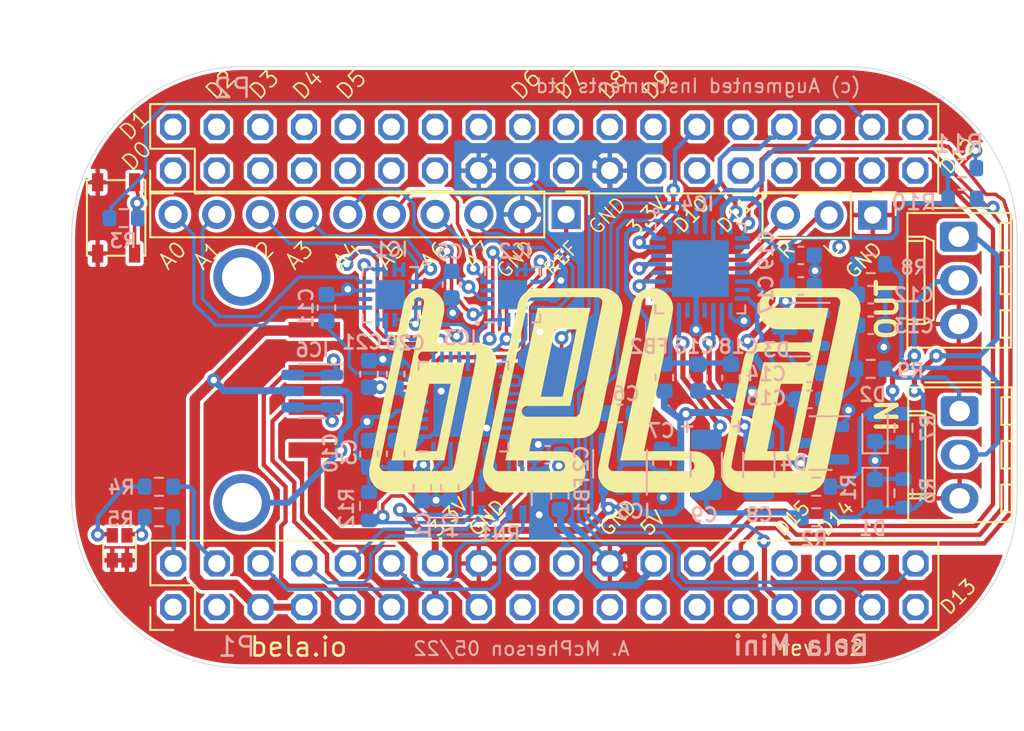
<source format=kicad_pcb>
(kicad_pcb (version 20211014) (generator pcbnew)
  (layers (0 "F.Cu" signal) (1 "In1.Cu" signal) (2 "In2.Cu" signal) (31 "B.Cu" signal) (34 "B.Paste" user) (35 "F.Paste" user) (36 "B.SilkS" user "B.Silkscreen") (37 "F.SilkS" user "F.Silkscreen") (38 "B.Mask" user) (39 "F.Mask" user) (44 "Edge.Cuts" user))
  (net 0 "")
  (net 1 "+5V")
  (net 2 "/belamini_cape_C2_1/5V_ANALOG")
  (net 3 "/belamini_cape_C2_2/AUD_HPLOUT")
  (net 4 "/belamini_cape_C2_2/AUD_HPROUT")
  (net 5 "/belamini_cape_C2_2/LINE1LP")
  (net 6 "SPI_SCK")
  (net 7 "SPI_ADC_CNV")
  (net 8 "SPI_MISO")
  (net 9 "SPI_MOSI")
  (net 10 "/belamini_cape_C2_2/LINE1RP")
  (net 11 "/belamini_cape_C2_1/REFP")
  (net 12 "+3V3")
  (net 13 "GND")
  (net 14 "Net-(C24-Pad1)")
  (net 15 "/belamini_cape_C2_2/HPR")
  (net 16 "/belamini_cape_C2_2/HPL")
  (net 17 "Net-(IC3-Pad20)")
  (net 18 "ADC_RST{slash}")
  (net 19 "/belamini_cape_C2_2/AUD_MCLK")
  (net 20 "/belamini_cape_C2_2/AUD_BCLK")
  (net 21 "/belamini_cape_C2_2/AUD_WCLK")
  (net 22 "/belamini_cape_C2_2/AUD_DOUT")
  (net 23 "/belamini_cape_C2_2/AUD_DIN")
  (net 24 "/belamini_cape_C2_2/SCL")
  (net 25 "/belamini_cape_C2_2/SDA")
  (net 26 "/belamini_cape_C2_2/LEFT_LOP")
  (net 27 "/belamini_cape_C2_2/LEFT_LOM")
  (net 28 "/belamini_cape_C2_2/RIGHT_LOP")
  (net 29 "/belamini_cape_C2_2/RIGHT_ROM")
  (net 30 "/belamini_cape_C2_2/RESETN")
  (net 31 "/belamini_cape_C2_2/USB_DM")
  (net 33 "Net-(P1-Pad2)")
  (net 35 "Net-(P1-Pad4)")
  (net 48 "/belamini_cape_C2_2/USBGND")
  (net 51 "/belamini_cape_C2_2/USB_DP")
  (net 52 "/belamini_cape_C2_2/USB_VBUS")
  (net 53 "/belamini_cape_C2_2/INR")
  (net 54 "+3.3VA")
  (net 55 "/belamini_cape_C2_2/INL")
  (net 56 "/belamini_cape_C2_2/SHUTDOWN_REQ{slash}")
  (net 58 "+1V8")
  (net 86 "Net-(D5-Pad1)")
  (net 87 "Net-(D5-Pad2)")
  (net 88 "Net-(R3-Pad1)")
  (net 90 "Net-(IC1-Pad1)")
  (net 91 "Net-(IC1-Pad4)")
  (net 93 "Net-(IC1-Pad5)")
  (net 94 "Net-(IC1-Pad7)")
  (net 96 "Net-(IC1-Pad9)")
  (net 97 "Net-(IC1-Pad12)")
  (net 99 "Net-(IC1-Pad13)")
  (net 100 "Net-(IC1-Pad15)")
  (net 101 "Net-(IC3-Pad18)")
  (net 103 "Net-(IC3-Pad23)")
  (net 104 "Net-(IC3-Pad24)")
  (net 105 "Net-(IC3-Pad25)")
  (net 106 "Net-(IC3-Pad26)")
  (net 116 "Net-(IC2-Pad1)")
  (net 117 "Net-(IC2-Pad4)")
  (net 118 "Net-(IC2-Pad5)")
  (net 119 "Net-(IC2-Pad7)")
  (net 120 "Net-(IC2-Pad9)")
  (net 121 "Net-(IC2-Pad12)")
  (net 122 "Net-(IC2-Pad13)")
  (net 123 "Net-(IC2-Pad15)")
  (net 124 "Net-(C3-Pad1)")
  (net 125 "Net-(C8-Pad2)")
  (net 126 "Net-(C9-Pad2)")
  (net 127 "Net-(C22-Pad1)")
  (net 128 "Net-(C12-Pad2)")
  (net 129 "Net-(C13-Pad2)")
  (footprint "Connector_Molex:Molex_KK-254_AE-6410-03A_1x03_P2.54mm_Vertical" (layer "F.Cu") (at 172.655 107.56 -90)
    (fp_text reference "J3" hide)
    (fp_text value "Conn_01x03")
  )
  (footprint "Bela:PocketBeagle-P" (layer "F.Cu") (at 124.85 92.21 90)
    (fp_text reference "P2" hide)
    (fp_text value "Conn_02x18_Odd_Even")
  )
  (footprint "Button_Switch_SMD:SW_SPST_PTS810" (layer "F.Cu") (at 123.5919 96.3162 -90)
    (fp_text reference "S1" hide)
    (fp_text value "PTS810")
  )
  (footprint "Connector_PinHeader_2.54mm:PinHeader_1x03_P2.54mm_Vertical" (layer "F.Cu") (at 167.6 96.15 -90)
    (fp_text reference "J2" hide)
    (fp_text value "Conn_01x03")
  )
  (footprint "Bela:bela_logo" (layer "F.Cu") (at 152.6 106.35)
    (fp_text reference "G***" hide)
    (fp_text value "LOGO" hide)
  )
  (footprint "Bela:USBA_SMD" (layer "F.Cu") (at 130.6028 95.89315)
    (fp_text reference "J5" hide)
    (fp_text value "USB_A")
  )
  (footprint "LED_SMD:LED_LiteOn_LTST-C19HE1WT" (layer "F.Cu") (at 123.7951 115.5186)
    (fp_text reference "D5" hide)
    (fp_text value "LTST-C195TBJRKT")
  )
  (footprint "Connector_PinHeader_2.54mm:PinHeader_1x10_P2.54mm_Vertical" (layer "F.Cu") (at 149.7661 96.1136 -90)
    (fp_text reference "J1" hide)
    (fp_text value "Conn_01x10")
  )
  (footprint "Bela:PocketBeagle-P" (layer "F.Cu") (at 124.86 117.62 90)
    (fp_text reference "P1" hide)
    (fp_text value "Conn_02x18_Odd_Even")
  )
  (footprint "Connector_Molex:Molex_KK-254_AE-6410-03A_1x03_P2.54mm_Vertical" (layer "F.Cu") (at 172.605 97.41 -90)
    (fp_text reference "J4" hide)
    (fp_text value "Conn_01x03")
  )
  (footprint "Resistor_SMD:R_0603_1608Metric" (layer "B.Cu") (at 167.4831 105.1046)
    (fp_text reference "R9")
    (fp_text value "220")
  )
  (footprint "Package_TO_SOT_SMD:SOT-23" (layer "B.Cu") (at 164.5621 109.4226 180)
    (fp_text reference "D4")
    (fp_text value "BAS70-04")
  )
  (footprint "Package_DFN_QFN:VQFN-32-1EP_5x5mm_P0.5mm_EP3.5x3.5mm" (layer "B.Cu") (at 143.8 107.3)
    (fp_text reference "IC3")
    (fp_text value "ADS8168")
  )
  (footprint "Capacitor_SMD:C_0603_1608Metric" (layer "B.Cu") (at 163.4191 98.5006)
    (fp_text reference "C19")
    (fp_text value "10uF")
  )
  (footprint "Capacitor_SMD:C_0603_1608Metric" (layer "B.Cu") (at 163.9271 105.3586)
    (fp_text reference "C14")
    (fp_text value "1uF")
  )
  (footprint "Capacitor_SMD:C_0603_1608Metric" (layer "B.Cu") (at 138.3 110.05 -90)
    (fp_text reference "C10")
    (fp_text value "1uF")
  )
  (footprint "Resistor_SMD:R_0603_1608Metric" (layer "B.Cu") (at 126.0811 113.7406 180)
    (fp_text reference "R5")
    (fp_text value "560")
  )
  (footprint "Resistor_SMD:R_Array_Concave_4x0603" (layer "B.Cu") (at 146.05 112.65 -90)
    (fp_text reference "RN1")
    (fp_text value "22")
  )
  (footprint "Capacitor_SMD:C_0603_1608Metric" (layer "B.Cu") (at 163.9271 106.8826)
    (fp_text reference "C15")
    (fp_text value "1uF")
  )
  (footprint "Package_TO_SOT_SMD:SOT-23-5" (layer "B.Cu") (at 152.9 110.6291 90)
    (fp_text reference "IC5")
    (fp_text value "MIC5317")
  )
  (footprint "Resistor_SMD:R_0603_1608Metric" (layer "B.Cu") (at 164.3081 111.9626 180)
    (fp_text reference "R1")
    (fp_text value "15")
  )
  (footprint "Capacitor_SMD:C_0603_1608Metric" (layer "B.Cu") (at 143 112 90)
    (fp_text reference "C4")
    (fp_text value "0.1uF")
  )
  (footprint "Package_TO_SOT_SMD:SOT-23-6" (layer "B.Cu") (at 135 106.4 180)
    (fp_text reference "IC6")
    (fp_text value "USBLC6-2SC6")
  )
  (footprint "Inductor_SMD:L_0603_1608Metric" (layer "B.Cu") (at 149.4 112.5 -90)
    (fp_text reference "FB1")
    (fp_text value "MPZ1608S121ATAH0")
  )
  (footprint "Capacitor_SMD:C_0603_1608Metric" (layer "B.Cu") (at 167.4831 102.5646 180)
    (fp_text reference "C13")
    (fp_text value "47pF")
  )
  (footprint "Resistor_SMD:R_0603_1608Metric" (layer "B.Cu") (at 126.0811 111.9626)
    (fp_text reference "R4")
    (fp_text value "560")
  )
  (footprint "Resistor_SMD:R_0603_1608Metric" (layer "B.Cu") (at 124.0251 96.3286 180)
    (fp_text reference "R3")
    (fp_text value "100")
  )
  (footprint "Capacitor_SMD:C_0603_1608Metric" (layer "B.Cu") (at 157.4501 105.6126 -90)
    (fp_text reference "C16")
    (fp_text value "0.1uF")
  )
  (footprint "Capacitor_SMD:C_0603_1608Metric" (layer "B.Cu") (at 135.825 101.55 90)
    (fp_text reference "C11")
    (fp_text value "1uF")
  )
  (footprint "Capacitor_SMD:C_1206_3216Metric" (layer "B.Cu") (at 157.92 110.69 -90)
    (fp_text reference "C9")
    (fp_text value "47uF")
  )
  (footprint "Resistor_SMD:R_0603_1608Metric" (layer "B.Cu") (at 172.8 93.4206)
    (fp_text reference "R11")
    (fp_text value "10k")
  )
  (footprint "Capacitor_SMD:C_0603_1608Metric" (layer "B.Cu") (at 159.3551 105.6126 -90)
    (fp_text reference "C18")
    (fp_text value "10uF")
  )
  (footprint "Resistor_SMD:R_0603_1608Metric" (layer "B.Cu") (at 138.3 113.1 -90)
    (fp_text reference "R12")
    (fp_text value "10k")
  )
  (footprint "Resistor_SMD:R_0603_1608Metric" (layer "B.Cu") (at 169.3881 112.3436 -90)
    (fp_text reference "R6")
    (fp_text value "3.3k")
  )
  (footprint "Capacitor_SMD:C_0603_1608Metric" (layer "B.Cu") (at 141.4 112 90)
    (fp_text reference "C1")
    (fp_text value "0.1uF")
  )
  (footprint "Capacitor_SMD:C_0603_1608Metric" (layer "B.Cu") (at 167.4831 100.7866 180)
    (fp_text reference "C12")
    (fp_text value "47pF")
  )
  (footprint "Inductor_SMD:L_0603_1608Metric" (layer "B.Cu") (at 155.4816 105.6126 90)
    (fp_text reference "FB2")
    (fp_text value "MPZ1608S121ATAH0")
  )
  (footprint "Capacitor_SMD:C_0603_1608Metric" (layer "B.Cu") (at 148.7 110.1)
    (fp_text reference "C2")
    (fp_text value "10uF")
  )
  (footprint "Capacitor_SMD:C_0603_1608Metric" (layer "B.Cu") (at 152.9 107.7 180)
    (fp_text reference "C6")
    (fp_text value "0.1uF")
  )
  (footprint "Resistor_SMD:R_0603_1608Metric" (layer "B.Cu") (at 172.8171 95.1986)
    (fp_text reference "R10")
    (fp_text value "10k")
  )
  (footprint "Package_DFN_QFN:QFN-16-1EP_3x3mm_P0.5mm_EP1.7x1.7mm" (layer "B.Cu") (at 139.5431 100.7866 180)
    (fp_text reference "IC1")
    (fp_text value "TSV524xIQ4T")
  )
  (footprint "Capacitor_SMD:C_0603_1608Metric" (layer "B.Cu") (at 139.85 110.05 -90)
    (fp_text reference "C3")
    (fp_text value "1uF")
  )
  (footprint "Capacitor_SMD:C_1206_3216Metric" (layer "B.Cu") (at 160.975 110.6926 -90)
    (fp_text reference "C8")
    (fp_text value "47uF")
  )
  (footprint "Resistor_SMD:R_0603_1608Metric" (layer "B.Cu") (at 167.4831 99.0086)
    (fp_text reference "R8")
    (fp_text value "220")
  )
  (footprint "Capacitor_SMD:C_0603_1608Metric" (layer "B.Cu") (at 138.3 105.4 90)
    (fp_text reference "C21")
    (fp_text value "10uF")
  )
  (footprint "Capacitor_SMD:C_0603_1608Metric" (layer "B.Cu") (at 139.85 105.4 90)
    (fp_text reference "C20")
    (fp_text value "10uF")
  )
  (footprint "Package_TO_SOT_SMD:SOT-23" (layer "B.Cu") (at 163.4191 102.8186 180)
    (fp_text reference "D3")
    (fp_text value "BAS70-04")
  )
  (footprint "Resistor_SMD:R_0603_1608Metric" (layer "B.Cu") (at 164.3081 113.7406 180)
    (fp_text reference "R2")
    (fp_text value "15")
  )
  (footprint "Package_DFN_QFN:QFN-32-1EP_5x5mm_P0.5mm_EP3.3x3.3mm" (layer "B.Cu") (at 157.5771 99.2626 -90)
    (fp_text reference "IC4")
    (fp_text value "TLV320AIC3104")
  )
  (footprint "Diode_SMD:D_0603_1608Metric" (layer "B.Cu") (at 167.7371 112.3436 -90)
    (fp_text reference "D1")
    (fp_text value "PESD0603-240")
  )
  (footprint "Capacitor_SMD:C_0603_1608Metric" (layer "B.Cu") (at 155.34 110.57 -90)
    (fp_text reference "C7")
    (fp_text value "1uF")
  )
  (footprint "Capacitor_SMD:C_0603_1608Metric" (layer "B.Cu") (at 163.4191 100.2786)
    (fp_text reference "C17")
    (fp_text value "0.1uF")
  )
  (footprint "Package_DFN_QFN:QFN-16-1EP_3x3mm_P0.5mm_EP1.7x1.7mm" (layer "B.Cu") (at 146.6551 100.7866)
    (fp_text reference "IC2")
    (fp_text value "TSV524xIQ4T")
  )
  (footprint "Resistor_SMD:R_0603_1608Metric" (layer "B.Cu") (at 169.3881 108.5336 90)
    (fp_text reference "R7")
    (fp_text value "3.3k")
  )
  (footprint "Capacitor_SMD:C_0603_1608Metric" (layer "B.Cu") (at 143.0991 100.2 90)
    (fp_text reference "C5")
    (fp_text value "0.1uF")
  )
  (footprint "Diode_SMD:D_0603_1608Metric" (layer "B.Cu") (at 167.7371 108.5336 90)
    (fp_text reference "D2")
    (fp_text value "PESD0603-240")
  )
  (gr_circle (center 141.55 98.95) (end 141.65 98.9) (layer "B.SilkS") (width 0.12) (fill none))
  (gr_circle (center 144.6 102.45) (end 144.7 102.45) (layer "B.SilkS") (width 0.12) (fill none))
  (gr_circle (center 155 95.9) (end 155.1 96) (layer "B.SilkS") (width 0.12) (fill none))
  (gr_line (start 166.0011 87.5036) (end 131.0011 87.5036) (layer "Edge.Cuts") (width 0.05))
  (gr_line (start 121.0011 97.5036) (end 121.0011 112.5036) (layer "Edge.Cuts") (width 0.05))
  (gr_arc (start 166.0011 87.5036) (mid 173.072168 90.432532) (end 176.0011 97.5036) (layer "Edge.Cuts") (width 0.05))
  (gr_arc (start 121.0011 97.5036) (mid 123.930032 90.432532) (end 131.0011 87.5036) (layer "Edge.Cuts") (width 0.05))
  (gr_arc (start 131.0011 122.5036) (mid 123.930032 119.574668) (end 121.0011 112.5036) (layer "Edge.Cuts") (width 0.05))
  (gr_arc (start 176.0011 112.5036) (mid 173.072168 119.574668) (end 166.0011 122.5036) (layer "Edge.Cuts") (width 0.05))
  (gr_line (start 131.0011 122.5036) (end 166.0011 122.5036) (layer "Edge.Cuts") (width 0.05))
  (gr_line (start 176.0011 112.5036) (end 176.0011 97.5036) (layer "Edge.Cuts") (width 0.05))
  (gr_text "(c) Augmented Instruments Ltd" (at 166.9751 89.1026) (layer "B.SilkS") (effects (font (size 0.8001 0.8001) (thickness 0.12)) (justify left bottom mirror)))
  (gr_text "P1" (at 131.7961 121.9321) (layer "B.SilkS") (effects (font (size 1.1176 1.1176) (thickness 0.1524)) (justify left bottom mirror)))
  (gr_text "A. McPherson 05/22" (at 153.530559 121.860744) (layer "B.SilkS") (effects (font (size 0.8001 0.8001) (thickness 0.12)) (justify left bottom mirror)))
  (gr_text "+" (at 156.8 108.4) (layer "B.SilkS") (effects (font (size 0.8 0.8))))
  (gr_text "P2" (at 131.5421 89.4201) (layer "B.SilkS") (effects (font (size 1.1176 1.1176) (thickness 0.1524)) (justify left bottom mirror)))
  (gr_text "+" (at 159.8 108.4) (layer "B.SilkS") (effects (font (size 0.8 0.8))))
  (gr_text "Bela Mini" (at 167.500559 121.860744) (layer "B.SilkS") (effects (font (size 1.1176 1.1176) (thickness 0.2)) (justify left bottom mirror)))
  (gr_text "3.3V" (at 155.079737 94.926969 45) (layer "F.SilkS") (effects (font (size 0.804672 0.804672) (thickness 0.109728)) (justify right top)))
  (gr_text "D14" (at 164.9177 115.0106 45) (layer "F.SilkS") (effects (font (size 0.804672 0.804672) (thickness 0.109728)) (justify left bottom)))
  (gr_text "D15" (at 162.3777 115.0106 45) (layer "F.SilkS") (effects (font (size 0.804672 0.804672) (thickness 0.109728)) (justify left bottom)))
  (gr_text "D1" (at 124.95 89.8646 45) (layer "F.SilkS") (effects (font (size 0.9144 0.9144) (thickness 0.1016)) (justify right top)))
  (gr_text "GND" (at 144.580462 115.028232 45) (layer "F.SilkS") (effects (font (size 0.804672 0.804672) (thickness 0.109728)) (justify left bottom)))
  (gr_text "L" (at 165.1209 97.5354 45) (layer "F.SilkS") (effects (font (size 0.804672 0.804672) (thickness 0.109728)) (justify right top)))
  (gr_text "5V" (at 154.571737 114.992969 45) (layer "F.SilkS") (effects (font (size 0.804672 0.804672) (thickness 0.109728)) (justify left bottom)))
  (gr_text "GND" (at 167.6609 97.5354 45) (layer "F.SilkS") (effects (font (size 0.804672 0.804672) (thickness 0.109728)) (justify right top)))
  (gr_text "2" (at 132.2025 97.4846 45) (layer "F.SilkS") (effects (font (size 0.9144 0.9144) (thickness 0.1016)) (justify right top)))
  (gr_text "3.3V" (at 142.294462 115.028232 45) (layer "F.SilkS") (effects (font (size 0.804672 0.804672) (thickness 0.109728)) (justify left bottom)))
  (gr_text "D12" (at 172.0297 93.9286 45) (layer "F.SilkS") (effects (font (size 0.804672 0.804672) (thickness 0.109728)) (justify left bottom)))
  (gr_text "A3" (at 134.4885 97.4846 45) (layer "F.SilkS") (effects (font (size 0.9144 0.9144) (thickness 0.1016)) (justify right top)))
  (gr_text "GND" (at 152.200462 115.028232 45) (layer "F.SilkS") (effects (font (size 0.804672 0.804672) (thickness 0.109728)) (justify left bottom)))
  (gr_text "D6" (at 147.1377 89.6106 45) (layer "F.SilkS") (effects (font (size 0.9144 0.9144) (thickness 0.1016)) (justify left bottom)))
  (gr_text "D10" (at 157.6025 94.9446 45) (layer "F.SilkS") (effects (font (size 0.804672 0.804672) (thickness 0.109728)) (justify right top)))
  (gr_text "D7" (at 149.6777 89.6106 45) (layer "F.SilkS") (effects (font (size 0.9144 0.9144) (thickness 0.1016)) (justify left bottom)))
  (gr_text "IN" (at 167.7371 106.7556 90) (layer "F.SilkS") (effects (font (size 1.2 1.2) (thickness 0.25)) (justify right top)))
  (gr_text "D3" (at 131.8977 89.6106 45) (layer "F.SilkS") (effects (font (size 0.9144 0.9144) (thickness 0.1016)) (justify left bottom)))
  (gr_text "A0" (at 127.1225 97.4846 45) (layer "F.SilkS") (effects (font (size 0.9144 0.9144) (thickness 0.1016)) (justify right top)))
  (gr_text "GND" (at 152.7511 94.9192 45) (layer "F.SilkS") (effects (font (size 0.82296 0.82296) (thickness 0.09144)) (justify right top)))
  (gr_text "D9" (at 154.7577 89.6106 45) (layer "F.SilkS") (effects (font (size 0.9144 0.9144) (thickness 0.1016)) (justify left bottom)))
  (gr_text "D5" (at 136.9777 89.6106 45) (layer "F.SilkS") (effects (font (size 0.9144 0.9144) (thickness 0.1016)) (justify left bottom)))
  (gr_text "REF" (at 149.9825 97.4846 45) (layer "F.SilkS") (effects (font (size 0.82296 0.82296) (thickness 0.09144)) (justify right top)))
  (gr_text "A1" (at 129.1545 97.4846 45) (layer "F.SilkS") (effects (font (size 0.9144 0.9144) (thickness 0.1016)) (justify right top)))
  (gr_text "D0" (at 125.0905 91.6426 45) (layer "F.SilkS") (effects (font (size 0.9144 0.9144) (thickness 0.1016)) (justify right top)))
  (gr_text "rev. C2" (at 162.1491 121.8686) (layer "F.SilkS") (effects (font (size 0.89408 0.89408) (thickness 0.12192)) (justify left bottom)))
  (gr_text "D4" (at 134.4377 89.6106 45) (layer "F.SilkS") (effects (font (size 0.9144 0.9144) (thickness 0.1016)) (justify left bottom)))
  (gr_text "bela.io" (at 131.2881 121.9321) (layer "F.SilkS") (effects (font (size 1.1176 1.1176) (thickness 0.1524)) (justify left bottom)))
  (gr_text "A4" (at 137.2825 97.4846 45) (layer "F.SilkS") (effects (font (size 0.9144 0.9144) (thickness 0.1016)) (justify right top)))
  (gr_text "D8" (at 152.2177 89.6106 45) (layer "F.SilkS") (effects (font (size 0.9144 0.9144) (thickness 0.1016)) (justify left bottom)))
  (gr_text "R" (at 162.5809 97.5354 45) (layer "F.SilkS") (effects (font (size 0.804672 0.804672) (thickness 0.109728)) (justify right top)))
  (gr_text "OUT" (at 167.7371 99.7706 90) (layer "F.SilkS") (effects (font (size 1.2 1.2) (thickness 0.25)) (justify right top)))
  (gr_text "GND" (at 147.4171 97.4592 45) (layer "F.SilkS") (effects (font (size 0.82296 0.82296) (thickness 0.09144)) (justify right top)))
  (gr_text "D11" (at 160.1425 94.9446 45) (layer "F.SilkS") (effects (font (size 0.804672 0.804672) (thickness 0.109728)) (justify right top)))
  (gr_text "A5" (at 139.8225 97.4846 45) (layer "F.SilkS") (effects (font (size 0.9144 0.9144) (thickness 0.1016)) (justify right top)))
  (gr_text "D13" (at 172.0297 119.5826 45) (layer "F.SilkS") (effects (font (size 0.804672 0.804672) (thickness 0.109728)) (justify left bottom)))
  (gr_text "A7" (at 144.9025 97.4846 45) (layer "F.SilkS") (effects (font (size 0.9144 0.9144) (thickness 0.1016)) (justify right top)))
  (gr_text "A6" (at 142.3625 97.4846 45) (layer "F.SilkS") (effects (font (size 0.9144 0.9144) (thickness 0.1016)) (justify right top)))
  (gr_text "D2" (at 129.3577 89.6106 45) (layer "F.SilkS") (effects (font (size 0.9144 0.9144) (thickness 0.1016)) (justify left bottom)))
  (segment (start 153.8717 117.7) (end 151.6305 117.7) (width 0.4064) (layer "B.Cu") (net 1))
  (segment (start 154.8511 116.7206) (end 153.8717 117.7) (width 0.4064) (layer "B.Cu") (net 1))
  (segment (start 149.4491 113.309) (end 149.5 113.2581) (width 0.4064) (layer "B.Cu") (net 1))
  (segment (start 151 117.0695) (end 151 115.7995) (width 0.4064) (layer "B.Cu") (net 1))
  (segment (start 151 115.7995) (end 149.4491 114.2486) (width 0.4064) (layer "B.Cu") (net 1))
  (segment (start 149.4491 114.2486) (end 149.4491 113.3366) (width 0.4064) (layer "B.Cu") (net 1))
  (segment (start 149.4491 113.3366) (end 149.4 113.2875) (width 0.4064) (layer "B.Cu") (net 1))
  (segment (start 154.8511 116.4336) (end 154.8511 116.7206) (width 0.4064) (layer "B.Cu") (net 1))
  (segment (start 151.6305 117.7) (end 151 117.0695) (width 0.4064) (layer "B.Cu") (net 1))
  (via (at 141.4625 110.6875) (size 0.8) (drill 0.4) (layers "F.Cu" "B.Cu") (net 2))
  (via (at 149.35 110.75) (size 0.8) (drill 0.4) (layers "F.Cu" "B.Cu") (net 2))
  (via (at 144.09283 100.33217) (size 0.8) (drill 0.4) (layers "F.Cu" "B.Cu") (net 2))
  (segment (start 149.5 111.05) (end 149.5 111.6831) (width 0.25) (layer "B.Cu") (net 2))
  (segment (start 141.9875 100.5366) (end 143.0991 99.425) (width 0.2032) (layer "B.Cu") (net 2))
  (segment (start 143.18566 99.425) (end 143.0991 99.425) (width 0.2032) (layer "B.Cu") (net 2))
  (segment (start 141.4 110.75) (end 141.4625 110.6875) (width 0.25) (layer "B.Cu") (net 2))
  (segment (start 149.4 110.225) (end 149.525 110.1) (width 0.25) (layer "B.Cu") (net 2))
  (segment (start 149.35 110.75) (end 149.5 111.05) (width 0.25) (layer "B.Cu") (net 2))
  (segment (start 144.79726 101.0366) (end 144.09283 100.33217) (width 0.2032) (layer "B.Cu") (net 2))
  (segment (start 141.0056 100.5366) (end 141.9875 100.5366) (width 0.2032) (layer "B.Cu") (net 2))
  (segment (start 142.05 109.75) (end 142.05 110.1) (width 0.25) (layer "B.Cu") (net 2))
  (segment (start 145.1926 101.0366) (end 144.79726 101.0366) (width 0.2032) (layer "B.Cu") (net 2))
  (segment (start 142.05 110.1) (end 141.4625 110.6875) (width 0.25) (layer "B.Cu") (net 2))
  (segment (start 149.35 110.75) (end 149.4 110.225) (width 0.25) (layer "B.Cu") (net 2))
  (segment (start 141.4 111.225) (end 141.4 110.75) (width 0.25) (layer "B.Cu") (net 2))
  (segment (start 144.09283 100.33217) (end 143.18566 99.425) (width 0.2032) (layer "B.Cu") (net 2))
  (segment (start 158.0851 105.8666) (end 158.0851 103.5806) (width 0.3048) (layer "F.Cu") (net 3))
  (segment (start 160.15 108.4574) (end 159.6091 107.6446) (width 0.3048) (layer "F.Cu") (net 3))
  (segment (start 158.5931 106.6286) (end 158.0851 105.8666) (width 0.3048) (layer "F.Cu") (net 3))
  (segment (start 159.6091 107.6446) (end 158.5931 106.6286) (width 0.3048) (layer "F.Cu") (net 3))
  (via (at 158.0851 103.5806) (size 0.7874) (drill 0.381) (layers "F.Cu" "B.Cu") (net 3))
  (via (at 160.15 108.4574) (size 0.7874) (drill 0.381) (layers "F.Cu" "B.Cu") (net 3))
  (segment (start 160.15 108.4574) (end 161.1361 109.1686) (width 0.3048) (layer "B.Cu") (net 3))
  (segment (start 158.3271 103.3386) (end 158.0851 103.5806) (width 0.3048) (layer "B.Cu") (net 3))
  (segment (start 161.1361 109.1686) (end 161.0061 109.2926) (width 0.3048) (layer "B.Cu") (net 3))
  (segment (start 158.3271 101.7626) (end 158.3271 103.3386) (width 0.25) (layer "B.Cu") (net 3))
  (segment (start 156.5611 103.5806) (end 156.5611 105.6126) (width 0.3048) (layer "F.Cu") (net 4))
  (segment (start 156.5611 105.6126) (end 158.7201 108.4574) (width 0.3048) (layer "F.Cu") (net 4))
  (via (at 156.5611 103.5806) (size 0.7874) (drill 0.381) (layers "F.Cu" "B.Cu") (net 4))
  (via (at 158.7201 108.4574) (size 0.7874) (drill 0.381) (layers "F.Cu" "B.Cu") (net 4))
  (segment (start 156.3271 101.7626) (end 156.3271 103.3466) (width 0.25) (layer "B.Cu") (net 4))
  (segment (start 157.5771 109.1656) (end 157.7041 109.2926) (width 0.3048) (layer "B.Cu") (net 4))
  (segment (start 157.7817 109.215) (end 157.7041 109.2926) (width 0.2032) (layer "B.Cu") (net 4))
  (segment (start 156.3271 103.3466) (end 156.5611 103.5806) (width 0.3048) (layer "B.Cu") (net 4))
  (segment (start 157.92 109.215) (end 157.7817 109.215) (width 0.2032) (layer "B.Cu") (net 4))
  (segment (start 162.3191 104.0046) (end 163.0771 104.7626) (width 0.254) (layer "B.Cu") (net 5))
  (segment (start 160.0771 100.0126) (end 160.6131 100.0126) (width 0.254) (layer "B.Cu") (net 5))
  (segment (start 161.3871 100.7866) (end 161.3871 102.3106) (width 0.254) (layer "B.Cu") (net 5))
  (segment (start 160.6131 100.0126) (end 161.3871 100.7866) (width 0.254) (layer "B.Cu") (net 5))
  (segment (start 162.3191 102.8186) (end 162.3191 104.0046) (width 0.254) (layer "B.Cu") (net 5))
  (segment (start 161.8951 102.8186) (end 162.3191 102.8186) (width 0.254) (layer "B.Cu") (net 5))
  (segment (start 161.3871 102.3106) (end 161.8951 102.8186) (width 0.254) (layer "B.Cu") (net 5))
  (segment (start 163.0771 104.7626) (end 163.0771 105.3586) (width 0.254) (layer "B.Cu") (net 5))
  (segment (start 134.5311 116.4336) (end 135.902062 117.550569) (width 0.2032) (layer "B.Cu") (net 6))
  (segment (start 138.4001 115.8996) (end 139.480211 114.819489) (width 0.2032) (layer "B.Cu") (net 6))
  (segment (start 139.480211 114.819489) (end 144.580511 114.819489) (width 0.2032) (layer "B.Cu") (net 6))
  (segment (start 144.580511 114.819489) (end 145.65 113.75) (width 0.2032) (layer "B.Cu") (net 6))
  (segment (start 135.902062 117.550569) (end 138.019131 117.550569) (width 0.2032) (layer "B.Cu") (net 6))
  (segment (start 138.4001 117.1696) (end 138.4001 115.8996) (width 0.2032) (layer "B.Cu") (net 6))
  (segment (start 138.019131 117.550569) (end 138.4001 117.1696) (width 0.2032) (layer "B.Cu") (net 6))
  (segment (start 145.65 113.75) (end 145.65 113.5) (width 0.2032) (layer "B.Cu") (net 6))
  (segment (start 145.3851 117.9316) (end 145.554529 117.804529) (width 0.2032) (layer "B.Cu") (net 7))
  (segment (start 145.8931 115.7569) (end 147.25 114.4) (width 0.2032) (layer "B.Cu") (net 7))
  (segment (start 133.49108 117.93108) (end 145.427978 117.93108) (width 0.2032) (layer "B.Cu") (net 7))
  (segment (start 145.427978 117.93108) (end 145.554529 117.804529) (width 0.2032) (layer "B.Cu") (net 7))
  (segment (start 131.99 116.43) (end 133.49108 117.93108) (width 0.2032) (layer "B.Cu") (net 7))
  (segment (start 147.25 114.4) (end 147.25 113.5) (width 0.2032) (layer "B.Cu") (net 7))
  (segment (start 145.554529 117.804529) (end 145.8931 117.5506) (width 0.2032) (layer "B.Cu") (net 7))
  (segment (start 145.8931 117.5506) (end 145.8931 115.7569) (width 0.2032) (layer "B.Cu") (net 7))
  (segment (start 137.0711 116.4336) (end 137.13775 116.4336) (width 0.2032) (layer "B.Cu") (net 8))
  (segment (start 137.13775 116.4336) (end 139.132372 114.438978) (width 0.2032) (layer "B.Cu") (net 8))
  (segment (start 144.85 113.561877) (end 144.85 113.5) (width 0.2032) (layer "B.Cu") (net 8))
  (segment (start 143.972899 114.438978) (end 144.85 113.561877) (width 0.2032) (layer "B.Cu") (net 8))
  (segment (start 139.132372 114.438978) (end 143.972899 114.438978) (width 0.2032) (layer "B.Cu") (net 8))
  (segment (start 140.728069 117.550569) (end 142.972131 117.550569) (width 0.2032) (layer "B.Cu") (net 9))
  (segment (start 145 115.2) (end 146.45 113.75) (width 0.2032) (layer "B.Cu") (net 9))
  (segment (start 146.45 113.75) (end 146.45 113.5) (width 0.2032) (layer "B.Cu") (net 9))
  (segment (start 143.3774 115.7726) (end 143.95 115.2) (width 0.2032) (layer "B.Cu") (net 9))
  (segment (start 142.972131 117.550569) (end 143.3774 117.1453) (width 0.2032) (layer "B.Cu") (net 9))
  (segment (start 143.95 115.2) (end 145 115.2) (width 0.2032) (layer "B.Cu") (net 9))
  (segment (start 139.6111 116.4336) (end 140.728069 117.550569) (width 0.2032) (layer "B.Cu") (net 9))
  (segment (start 143.3774 117.1453) (end 143.3774 115.7726) (width 0.2032) (layer "B.Cu") (net 9))
  (segment (start 161.8951 104.8506) (end 162.0221 105.1046) (width 0.254) (layer "B.Cu") (net 10))
  (segment (start 160.8791 102.8186) (end 161.1331 103.0726) (width 0.254) (layer "B.Cu") (net 10))
  (segment (start 160.0771 101.0126) (end 160.3431 101.0126) (width 0.254) (layer "B.Cu") (net 10))
  (segment (start 160.3431 101.0126) (end 160.8791 101.5486) (width 0.254) (layer "B.Cu") (net 10))
  (segment (start 163.1651 106.9706) (end 163.1651 109.1256) (width 0.254) (layer "B.Cu") (net 10))
  (segment (start 163.0771 106.8826) (end 163.1651 106.9706) (width 0.254) (layer "B.Cu") (net 10))
  (segment (start 162.0221 105.1046) (end 162.0221 106.2476) (width 0.254) (layer "B.Cu") (net 10))
  (segment (start 162.6571 106.8826) (end 163.0771 106.8826) (width 0.254) (layer "B.Cu") (net 10))
  (segment (start 160.8791 101.5486) (end 160.8791 102.8186) (width 0.254) (layer "B.Cu") (net 10))
  (segment (start 161.1331 103.0726) (end 161.1331 103.5806) (width 0.254) (layer "B.Cu") (net 10))
  (segment (start 162.0221 106.2476) (end 162.6571 106.8826) (width 0.254) (layer "B.Cu") (net 10))
  (segment (start 163.1651 109.1256) (end 163.4621 109.4226) (width 0.254) (layer "B.Cu") (net 10))
  (segment (start 161.1331 103.5806) (end 161.8951 104.8506) (width 0.254) (layer "B.Cu") (net 10))
  (segment (start 142.468203 104.425) (end 146.825 104.425) (width 0.25) (layer "F.Cu") (net 11))
  (segment (start 147.275 101.325) (end 148.75 99.85) (width 0.25) (layer "F.Cu") (net 11))
  (segment (start 146.825 104.425) (end 147.275 103.975) (width 0.25) (layer "F.Cu") (net 11))
  (segment (start 147.275 103.975) (end 147.275 101.325) (width 0.25) (layer "F.Cu") (net 11))
  (segment (start 149.7661 98.3661) (end 149.7661 96.1136) (width 0.25) (layer "F.Cu") (net 11))
  (segment (start 148.75 99.85) (end 148.75 99.3822) (width 0.25) (layer "F.Cu") (net 11))
  (segment (start 140.718203 106.175) (end 142.468203 104.425) (width 0.25) (layer "F.Cu") (net 11))
  (segment (start 148.75 99.3822) (end 149.7661 98.3661) (width 0.25) (layer "F.Cu") (net 11))
  (segment (start 138.95 106.175) (end 140.718203 106.175) (width 0.25) (layer "F.Cu") (net 11))
  (via (at 138.95 106.175) (size 0.8) (drill 0.4) (layers "F.Cu" "B.Cu") (net 11))
  (segment (start 141.35 107.05) (end 140.65 107.05) (width 0.2032) (layer "B.Cu") (net 11))
  (segment (start 139.85 106.25) (end 139.85 106.175) (width 0.2032) (layer "B.Cu") (net 11))
  (segment (start 141.35 106.55) (end 140.225 106.55) (width 0.2032) (layer "B.Cu") (net 11))
  (segment (start 140.65 107.05) (end 139.85 106.25) (width 0.2032) (layer "B.Cu") (net 11))
  (segment (start 138.3 106.175) (end 138.95 106.175) (width 0.25) (layer "B.Cu") (net 11))
  (segment (start 140.225 106.55) (end 139.85 106.175) (width 0.2032) (layer "B.Cu") (net 11))
  (segment (start 138.95 106.175) (end 139.85 106.175) (width 0.25) (layer "B.Cu") (net 11))
  (segment (start 150.9731 114.5026) (end 152.2431 113.2326) (width 0.4064) (layer "F.Cu") (net 12))
  (segment (start 142.1511 114.5026) (end 141.3026 114.5026) (width 0.4064) (layer "F.Cu") (net 12))
  (segment (start 141.3026 114.5026) (end 140.1 113.3) (width 0.4064) (layer "F.Cu") (net 12))
  (segment (start 160.303028 103.464522) (end 162.5301 101.1676) (width 0.4064) (layer "F.Cu") (net 12))
  (segment (start 142.1511 116.4336) (end 142.1511 114.5026) (width 0.4064) (layer "F.Cu") (net 12))
  (segment (start 142.1511 114.5026) (end 150.9731 114.5026) (width 0.4064) (layer "F.Cu") (net 12))
  (via (at 163.4 110.6) (size 0.8) (drill 0.4) (layers "F.Cu" "B.Cu") (net 12))
  (via (at 162.5301 101.1676) (size 0.7874) (drill 0.381) (layers "F.Cu" "B.Cu") (net 12))
  (via (at 160.303028 103.464522) (size 0.7874) (drill 0.381) (layers "F.Cu" "B.Cu") (net 12))
  (via (at 152.2431 113.2326) (size 0.7874) (drill 0.381) (layers "F.Cu" "B.Cu") (net 12))
  (via (at 165.65 98) (size 0.8) (drill 0.4) (layers "F.Cu" "B.Cu") (net 12))
  (via (at 156.72985 107.72985) (size 0.8) (drill 0.4) (layers "F.Cu" "B.Cu") (net 12))
  (via (at 140.1 113.3) (size 0.8) (drill 0.4) (layers "F.Cu" "B.Cu") (net 12))
  (segment (start 162.5301 101.4301) (end 162.5301 101.1676) (width 0.2032) (layer "B.Cu") (net 12))
  (segment (start 153.8281 112.9811) (end 153.6401 113.1691) (width 0.4064) (layer "B.Cu") (net 12))
  (segment (start 165.6654 97.4846) (end 165.6654 97.9846) (width 0.254) (layer "B.Cu") (net 12))
  (segment (start 168.7154 97.4846) (end 165.6654 97.4846) (width 0.254) (layer "B.Cu") (net 12))
  (segment (start 160.6251 95.1986) (end 161.1331 95.7066) (width 0.3048) (layer "B.Cu") (net 12))
  (segment (start 169.5151 95.4526) (end 169.0071 95.9606) (width 0.254) (layer "B.Cu") (net 12))
  (segment (start 151.9281 111.9292) (end 151.9281 113.1031) (width 0.3048) (layer "B.Cu") (net 12))
  (segment (start 156.0531 113.4866) (end 154.3336 113.4866) (width 0.4064) (layer "B.Cu") (net 12))
  (segment (start 162.496928 98.152772) (end 162.496928 98.441194) (width 0.254) (layer "B.Cu") (net 12))
  (segment (start 158.8271 96.7626) (end 158.8271 95.7266) (width 0.25) (layer "B.Cu") (net 12))
  (segment (start 156.72985 107.72985) (end 156.8151 107.6446) (width 0.4064) (layer "B.Cu") (net 12))
  (segment (start 161.1331 107.3906) (end 162.3303 108.5878) (width 0.254) (layer "B.Cu") (net 12))
  (segment (start 155.4816 107.3271) (end 156.4341 108.0256) (width 0.4064) (layer "B.Cu") (net 12))
  (segment (start 156.4341 109.7341) (end 156.4341 113.1056) (width 0.4064) (layer "B.Cu") (net 12))
  (segment (start 161.1331 97.3186) (end 162.496928 98.441194) (width 0.3048) (layer "B.Cu") (net 12))
  (segment (start 156.4341 108.0256) (end 156.72985 107.72985) (width 0.4064) (layer "B.Cu") (net 12))
  (segment (start 156.4341 108.0256) (end 156.4341 109.7341) (width 0.4064) (layer "B.Cu") (net 12))
  (segment (start 159.3551 95.1986) (end 160.6251 95.1986) (width 0.3048) (layer "B.Cu") (net 12))
  (segment (start 162.496928 98.441194) (end 162.5691 98.5006) (width 0.3048) (layer "B.Cu") (net 12))
  (segment (start 154.3336 113.4866) (end 153.8281 112.9811) (width 0.4064) (layer "B.Cu") (net 12))
  (segment (start 152.3676 113.1031) (end 152.2431 113.2326) (width 0.3048) (layer "B.Cu") (net 12))
  (segment (start 156.4341 113.1056) (end 156.0531 113.4866) (width 0.4064) (layer "B.Cu") (net 12))
  (segment (start 163.6274 110.3726) (end 163.4 110.6) (width 0.254) (layer "B.Cu") (net 12))
  (segment (start 153.8281 111.9292) (end 153.8281 112.9811) (width 0.4064) (layer "B.Cu") (net 12))
  (segment (start 162.6571 98.6666) (end 162.5691 98.5006) (width 0.3048) (layer "B.Cu") (net 12))
  (segment (start 165.6621 110.3726) (end 163.6274 110.3726) (width 0.254) (layer "B.Cu") (net 12))
  (segment (start 169.0071 97.1929) (end 168.7154 97.4846) (width 0.254) (layer "B.Cu") (net 12))
  (segment (start 162.3303 109.8803) (end 163.05 110.6) (width 0.254) (layer "B.Cu") (net 12))
  (segment (start 165.6654 97.4846) (end 163.1651 97.4846) (width 0.254) (layer "B.Cu") (net 12))
  (segment (start 151.9281 113.1031) (end 152.3676 113.1031) (width 0.3048) (layer "B.Cu") (net 12))
  (segment (start 162.3303 108.5878) (end 162.3303 109.8803) (width 0.254) (layer "B.Cu") (net 12))
  (segment (start 161.1331 107.3906) (end 161.3871 107.1366) (width 0.4064) (layer "B.Cu") (net 12))
  (segment (start 156.3682 109.8) (end 156.4341 109.7341) (width 0.35) (layer "B.Cu") (net 12))
  (segment (start 162.5301 100.3176) (end 162.5691 100.2786) (width 0.3048) (layer "B.Cu") (net 12))
  (segment (start 160.8791 104.5966) (end 160.303028 103.464522) (width 0.4064) (layer "B.Cu") (net 12))
  (segment (start 153.6401 113.1691) (end 153.0686 113.1691) (width 0.4064) (layer "B.Cu") (net 12))
  (segment (start 164.3566 103.2566) (end 162.5301 101.4301) (width 0.2032) (layer "B.Cu") (net 12))
  (segment (start 143.65 113.6) (end 140.4 113.6) (width 0.25) (layer "B.Cu") (net 12))
  (segment (start 162.5691 100.2786) (end 162.5691 98.5006) (width 0.3048) (layer "B.Cu") (net 12))
  (segment (start 158.8271 95.7266) (end 159.3551 95.1986) (width 0.3048) (layer "B.Cu") (net 12))
  (segment (start 143.05 111.175) (end 143 111.225) (width 0.25) (layer "B.Cu") (net 12))
  (segment (start 156.8151 107.6446) (end 160.8791 107.6446) (width 0.4064) (layer "B.Cu") (net 12))
  (segment (start 162.5301 101.1676) (end 162.5301 100.3176) (width 0.3048) (layer "B.Cu") (net 12))
  (segment (start 171.7131 95.4526) (end 169.5151 95.4526) (width 0.254) (layer "B.Cu") (net 12))
  (segment (start 153.0686 113.1691) (end 152.2431 113.2326) (width 0.4064) (layer "B.Cu") (net 12))
  (segment (start 162.5691 100.2786) (end 162.4031 100.5326) (width 0.3048) (layer "B.Cu") (net 12))
  (segment (start 163.05 110.6) (end 163.4 110.6) (width 0.254) (layer "B.Cu") (net 12))
  (segment (start 161.3871 105.3586) (end 160.8791 104.5966) (width 0.4064) (layer "B.Cu") (net 12))
  (segment (start 163.1651 97.4846) (end 162.496928 98.152772) (width 0.254) (layer "B.Cu") (net 12))
  (segment (start 164.3566 103.7686) (end 164.3566 103.2566) (width 0.2032) (layer "B.Cu") (net 12))
  (segment (start 171.9671 95.1986) (end 171.7131 95.4526) (width 0.254) (layer "B.Cu") (net 12))
  (segment (start 169.0071 95.9606) (end 169.0071 97.1929) (width 0.254) (layer "B.Cu") (net 12))
  (segment (start 155.4816 106.4626) (end 155.4816 107.3271) (width 0.4064) (layer "B.Cu") (net 12))
  (segment (start 165.6654 97.9846) (end 165.65 98) (width 0.254) (layer "B.Cu") (net 12))
  (segment (start 161.1331 95.7066) (end 161.1331 97.3186) (width 0.3048) (layer "B.Cu") (net 12))
  (segment (start 143.05 109.75) (end 143.05 111.175) (width 0.25) (layer "B.Cu") (net 12))
  (segment (start 160.8791 107.6446) (end 161.1331 107.3906) (width 0.4064) (layer "B.Cu") (net 12))
  (segment (start 171.9671 93.4206) (end 171.9671 95.1986) (width 0.254) (layer "B.Cu") (net 12))
  (segment (start 143 111.225) (end 143.867178 112.092178) (width 0.25) (layer "B.Cu") (net 12))
  (segment (start 155.3 109.8) (end 156.3682 109.8) (width 0.35) (layer "B.Cu") (net 12))
  (segment (start 161.3871 107.1366) (end 161.3871 105.3586) (width 0.4064) (layer "B.Cu") (net 12))
  (segment (start 143.867178 113.382822) (end 143.65 113.6) (width 0.25) (layer "B.Cu") (net 12))
  (segment (start 143.867178 112.092178) (end 143.867178 113.382822) (width 0.25) (layer "B.Cu") (net 12))
  (segment (start 140.4 113.6) (end 140.1 113.3) (width 0.25) (layer "B.Cu") (net 12))
  (segment (start 149.4651 99.95856) (end 149.4491 99.7706) (width 0.3048) (layer "F.Cu") (net 13))
  (segment (start 155.4181 113.3266) (end 152.3111 116.4336) (width 0.3048) (layer "F.Cu") (net 13))
  (segment (start 157.3231 101.8026) (end 153.5131 101.8026) (width 0.8128) (layer "F.Cu") (net 13))
  (segment (start 160.2441 113.3596) (end 162.5301 113.3596) (width 0.254) (layer "F.Cu") (net 13))
  (segment (start 152.3111 98.0606) (end 153.0051 98.7546) (width 0.3048) (layer "F.Cu") (net 13))
  (segment (start 156.8151 115.0106) (end 158.5931 115.0106) (width 0.254) (layer "F.Cu") (net 13))
  (segment (start 152.3111 93.5736) (end 152.3111 98.0606) (width 0.3048) (layer "F.Cu") (net 13))
  (segment (start 152.3111 116.4336) (end 152.9041 116.4336) (width 0.254) (layer "F.Cu") (net 13))
  (segment (start 161.1331 95.7066) (end 161.1331 96.9766) (width 0.254) (layer "F.Cu") (net 13))
  (segment (start 162.0221 94.8176) (end 161.1331 95.7066) (width 0.254) (layer "F.Cu") (net 13))
  (segment (start 156.1801 117.0426) (end 156.1801 115.6456) (width 0.254) (layer "F.Cu") (net 13))
  (segment (start 153.0051 98.7546) (end 153.0051 101.2946) (width 0.254) (layer "F.Cu") (net 13))
  (segment (start 159.6091 101.8026) (end 160.1171 102.3106) (width 0.3048) (layer "F.Cu") (net 13))
  (segment (start 174.5951 96.9766) (end 172.4361 94.8176) (width 0.254) (layer "F.Cu") (net 13))
  (segment (start 156.1801 115.6456) (end 156.8151 115.0106) (width 0.254) (layer "F.Cu") (net 13))
  (segment (start 161.1331 96.9766) (end 159.8631 98.2466) (width 0.254) (layer "F.Cu") (net 13))
  (segment (start 157.3231 102.8186) (end 157.3231 101.8026) (width 0.3048) (layer "F.Cu") (net 13))
  (segment (start 159.8631 98.2466) (end 154.7831 98.2466) (width 0.254) (layer "F.Cu") (net 13))
  (segment (start 155.4181 112.5976) (end 155.4181 113.3266) (width 0.3048) (layer "F.Cu") (net 13))
  (segment (start 153.2591 98.5006) (end 153.0051 98.7546) (width 0.254) (layer "F.Cu") (net 13))
  (segment (start 163.4191 114.2486) (end 173.5791 114.2486) (width 0.254) (layer "F.Cu") (net 13))
  (segment (start 153.0051 101.2946) (end 153.5131 101.8026) (width 0.254) (layer "F.Cu") (net 13))
  (segment (start 155.5451 117.6776) (end 156.1801 117.0426) (width 0.254) (layer "F.Cu") (net 13))
  (segment (start 173.5791 114.2486) (end 174.5951 112.9786) (width 0.254) (layer "F.Cu") (net 13))
  (segment (start 162.5301 113.3596) (end 163.4191 114.2486) (width 0.254) (layer "F.Cu") (net 13))
  (segment (start 154.7831 98.2466) (end 154.2751 98.5006) (width 0.254) (layer "F.Cu") (net 13))
  (segment (start 154.2751 98.5006) (end 153.2591 98.5006) (width 0.254) (layer "F.Cu") (net 13))
  (segment (start 154.1481 117.6776) (end 155.5451 117.6776) (width 0.254) (layer "F.Cu") (net 13))
  (segment (start 172.4361 94.8176) (end 162.0221 94.8176) (width 0.254) (layer "F.Cu") (net 13))
  (segment (start 157.3231 101.8026) (end 159.6091 101.8026) (width 0.3048) (layer "F.Cu") (net 13))
  (segment (start 152.9041 116.4336) (end 154.1481 117.6776) (width 0.254) (layer "F.Cu") (net 13))
  (segment (start 174.5951 112.9786) (end 174.5951 96.9766) (width 0.254) (layer "F.Cu") (net 13))
  (segment (start 158.5931 115.0106) (end 160.2441 113.3596) (width 0.254) (layer "F.Cu") (net 13))
  (via (at 157.3231 102.8186) (size 0.7874) (drill 0.381) (layers "F.Cu" "B.Cu") (net 13))
  (via (at 145.15 108.55) (size 0.8) (drill 0.4) (layers "F.Cu" "B.Cu") (net 13))
  (via (at 143.169373 101.844757) (size 0.7874) (drill 0.381) (layers "F.Cu" "B.Cu") (net 13))
  (via (at 167.7371 110.4386) (size 0.7874) (drill 0.381) (layers "F.Cu" "B.Cu") (net 13))
  (via (at 168.2451 103.8346) (size 0.7874) (drill 0.381) (layers "F.Cu" "B.Cu") (net 13))
  (via (at 142.20232 112.74768) (size 0.8) (drill 0.4) (layers "F.Cu" "B.Cu") (net 13))
  (via (at 148.15 109.5) (size 0.8) (drill 0.4) (layers "F.Cu" "B.Cu") (net 13))
  (via (at 137.0666 100.4691) (size 0.7874) (drill 0.381) (layers "F.Cu" "B.Cu") (net 13))
  (via (at 155.4181 112.5976) (size 0.7874) (drill 0.381) (layers "F.Cu" "B.Cu") (net 13))
  (via (at 160.1171 102.3106) (size 0.7874) (drill 0.381) (layers "F.Cu" "B.Cu") (net 13))
  (via (at 148.25 102.95) (size 0.8) (drill 0.4) (layers "F.Cu" "B.Cu") (net 13))
  (via (at 138.182129 108.172129) (size 0.8) (drill 0.4) (layers "F.Cu" "B.Cu") (net 13))
  (via (at 166.199015 107.503516) (size 0.7874) (drill 0.381) (layers "F.Cu" "B.Cu") (net 13))
  (via (at 164.2446 99.3896) (size 0.7874) (drill 0.381) (layers "F.Cu" "B.Cu") (net 13))
  (via (at 139.106355 104.542855) (size 0.8) (drill 0.4) (layers "F.Cu" "B.Cu") (net 13))
  (via (at 160.5616 106.4626) (size 0.7874) (drill 0.381) (layers "F.Cu" "B.Cu") (net 13))
  (via (at 142.5 106.4) (size 0.8) (drill 0.4) (layers "F.Cu" "B.Cu") (net 13))
  (via (at 148.2 113.6) (size 0.8) (drill 0.4) (layers "F.Cu" "B.Cu") (net 13))
  (via (at 149.4651 99.95856) (size 0.7874) (drill 0.381) (layers "F.Cu" "B.Cu") (net 13))
  (segment (start 157.0931 100.5126) (end 157.3271 100.2786) (width 0.3048) (layer "B.Cu") (net 13))
  (segment (start 138.3 110.825) (end 137.52268 110.04768) (width 0.25) (layer "B.Cu") (net 13))
  (segment (start 159.3271 102.0286) (end 159.6091 102.3106) (width 0.25) (layer "B.Cu") (net 13))
  (segment (start 142.531577 110.47268) (end 142.17732 110.826937) (width 0.25) (layer "B.Cu") (net 13))
  (segment (start 139.2931 100.5366) (end 139.5431 100.7866) (width 0.2032) (layer "B.Cu") (net 13))
  (segment (start 152.31 116.43) (end 152.31 116.31) (width 0.2032) (layer "B.Cu") (net 13))
  (segment (start 164.2691 100.2786) (end 164.5191 100.5286) (width 0.254) (layer "B.Cu") (net 13))
  (segment (start 152.31 116.31) (end 151.2 115.2) (width 0.2032) (layer "B.Cu") (net 13))
  (segment (start 158.3271 98.5126) (end 157.5771 99.2626) (width 0.3048) (layer "B.Cu") (net 13))
  (segment (start 142.55 110.47268) (end 142.531577 110.47268) (width 0.25) (layer "B.Cu") (net 13))
  (segment (start 160.5616 106.4626) (end 157.4501 106.4626) (width 0.3048) (layer "B.Cu") (net 13))
  (segment (start 164.5191 100.5286) (end 164.5191 101.8686) (width 0.254) (layer "B.Cu") (net 13))
  (segment (start 140.325 104.625) (end 139.85 104.625) (width 0.2032) (layer "B.Cu") (net 13))
  (segment (start 137.52268 110.04768) (end 137.52268 108.831577) (width 0.25) (layer "B.Cu") (net 13))
  (segment (start 149.1951 100.5326) (end 149.4651 99.95856) (width 0.3048) (layer "B.Cu") (net 13))
  (segment (start 145.7437 92.3) (end 151.0375 92.3) (width 0.3048) (layer "B.Cu") (net 13))
  (segment (start 141.35 105.55) (end 141.25 105.55) (width 0.2032) (layer "B.Cu") (net 13))
  (segment (start 168.3331 102.5646) (end 168.3331 100.7866) (width 0.254) (layer "B.Cu") (net 13))
  (segment (start 142.22964 112.775) (end 143 112.775) (width 0.25) (layer "B.Cu") (net 13))
  (segment (start 166.1701 107.532432) (end 166.199015 107.503516) (width 0.254) (layer "B.Cu") (net 13))
  (segment (start 144.6911 93.3526) (end 145.7437 92.3) (width 0.3048) (layer "B.Cu") (net 13))
  (segment (start 139.925 107.55) (end 139.825 107.65) (width 0.2032) (layer "B.Cu") (net 13))
  (segment (start 151.0375 92.3) (end 152.3111 93.5736) (width 0.3048) (layer "B.Cu") (net 13))
  (segment (start 157.3271 101.7626) (end 157.3271 100.2786) (width 0.3048) (layer "B.Cu") (net 13))
  (segment (start 148.9451 101.0366) (end 149.1951 100.7866) (width 0.3048) (layer "B.Cu") (net 13))
  (segment (start 159.3551 106.4626) (end 160.5616 106.4626) (width 0.3048) (layer "B.Cu") (net 13))
  (segment (start 154.5791 110.6291) (end 155.3 111.35) (width 0.3048) (layer "B.Cu") (net 13))
  (segment (start 144.05 107.55) (end 143.8 107.3) (width 0.2032) (layer "B.Cu") (net 13))
  (segment (start 142.55 109.75) (end 142.55 108.55) (width 0.25) (layer "B.Cu") (net 13))
  (segment (start 148.15 109.5) (end 147.875 110) (width 0.2032) (layer "B.Cu") (net 13))
  (segment (start 157.3271 101.7626) (end 157.3271 102.8146) (width 0.3048) (layer "B.Cu") (net 13))
  (segment (start 138.0806 100.5366) (end 139.2931 100.5366) (width 0.2032) (layer "B.Cu") (net 13))
  (segment (start 141.85 109.05) (end 143.6 107.3) (width 0.25) (layer "B.Cu") (net 13))
  (segment (start 141.35 109.275) (end 141.35 109.05) (width 0.25) (layer "B.Cu") (net 13))
  (segment (start 136.7607 100.775) (end 137.0666 100.4691) (width 0.2032) (layer "B.Cu") (net 13))
  (segment (start 144.6911 93.5736) (end 144.6911 93.3526) (width 0.3048) (layer "B.Cu") (net 13))
  (segment (start 143.0991 101.1286) (end 143.0991 101.774484) (width 0.3048) (layer "B.Cu") (net 13))
  (segment (start 159.3271 101.7626) (end 159.3271 102.0286) (width 0.25) (layer "B.Cu") (net 13))
  (segment (start 137.2611 100.5366) (end 137.0666 100.4691) (width 0.3048) (layer "B.Cu") (net 13))
  (segment (start 164.2691 100.2786) (end 164.2691 99.8586) (width 0.3048) (layer "B.Cu") (net 13))
  (segment (start 138.382145 104.542855) (end 139.106355 104.542855) (width 0.25) (layer "B.Cu") (net 13))
  (segment (start 146.25 107.55) (end 146.834582 107.55) (width 0.2032) (layer "B.Cu") (net 13))
  (segment (start 139.85 110.825) (end 139.85 110.775) (width 0.25) (layer "B.Cu") (net 13))
  (segment (start 164.2691 98.5006) (end 164.2691 100.2786) (width 0.3048) (layer "B.Cu") (net 13))
  (segment (start 141.45232 112.72268) (end 141.4 112.775) (width 0.25) (layer "B.Cu") (net 13))
  (segment (start 168.3331 102.5646) (end 168.3331 103.7466) (width 0.254) (layer "B.Cu") (net 13))
  (segment (start 138.3 104.625) (end 138.382145 104.542855) (width 0.25) (layer "B.Cu") (net 13))
  (segment (start 143.6 107.3) (end 143.8 107.3) (width 0.25) (layer "B.Cu") (net 13))
  (segment (start 155.4181 112.5976) (end 155.4181 111.4681) (width 0.3048) (layer "B.Cu") (net 13))
  (segment (start 167.7371 109.3836) (end 167.7371 110.4386) (width 0.254) (layer "B.Cu") (net 13))
  (segment (start 142.55 109.75) (end 142.55 110.47268) (width 0.25) (layer "B.Cu") (net 13))
  (segment (start 139.85 110.775) (end 141.35 109.275) (width 0.25) (layer "B.Cu") (net 13))
  (segment (start 142.17732 112.72268) (end 142.20232 112.74768) (width 0.25) (layer "B.Cu") (net 13))
  (segment (start 138.454258 107.9) (end 139.575 107.9) (width 0.25) (layer "B.Cu") (net 13))
  (segment (start 135.825 100.775) (end 136.7607 100.775) (width 0.2032) (layer "B.Cu") (net 13))
  (segment (start 157.3271 102.8146) (end 157.3231 102.8186) (width 0.3048) (layer "B.Cu") (net 13))
  (segment (start 146.834582 107.55) (end 148.15 108.865418) (width 0.2032) (layer "B.Cu") (net 13))
  (segment (start 142.20232 112.74768) (end 142.22964 112.775) (width 0.25) (layer "B.Cu") (net 13))
  (segment (start 146.25 107.55) (end 144.05 107.55) (width 0.2032) (layer "B.Cu") (net 13))
  (segment (start 137.52268 108.831577) (end 138.182129 108.172129) (width 0.25) (layer "B.Cu") (net 13))
  (segment (start 142.6125 108.4875) (end 143.8 107.3) (width 0.25) (layer "B.Cu") (net 13))
  (segment (start 152.9 108.5) (end 152.9 110.397) (width 0.35) (layer "B.Cu") (net 13))
  (segment (start 164.2691 99.8586) (end 164.2446 99.3896) (width 0.3048) (layer "B.Cu") (net 13))
  (segment (start 169.3881 109.3836) (end 167.7371 109.3836) (width 0.254) (layer "B.Cu") (net 13))
  (segment (start 159.6091 102.3106) (end 160.1171 102.3106) (width 0.3048) (layer "B.Cu") (net 13))
  (segment (start 153.1321 110.6291) (end 154.5791 110.6291) (width 0.3048) (layer "B.Cu") (net 13))
  (segment (start 155.4181 111.4681) (end 155.3 111.35) (width 0.3048) (layer "B.Cu") (net 13))
  (segment (start 152.8781 110.8831) (end 153.1321 110.6291) (width 0.3048) (layer "B.Cu") (net 13))
  (segment (start 138.3 112.275) (end 138.3 110.825) (width 0.2032) (layer "B.Cu") (net 13))
  (segment (start 158.3271 96.7626) (end 158.3271 98.5126) (width 0.25) (layer "B.Cu") (net 13))
  (segment (start 142.55 108.55) (end 142.6125 108.4875) (width 0.25) (layer "B.Cu") (net 13))
  (segment (start 165.6621 108.4726) (end 166.1701 107.9646) (width 0.254) (layer "B.Cu") (net 13))
  (segment (start 166.1701 107.532432) (end 166.1701 107.9646) (width 0.254) (layer "B.Cu") (net 13))
  (segment (start 149.1951 100.7866) (end 149.1951 100.5326) (width 0.3048) (layer "B.Cu") (net 13))
  (segment (start 138.0681 100.5366) (end 137.2611 100.5366) (width 0.25) (layer "B.Cu") (net 13))
  (segment (start 157.3271 100.2786) (end 157.3271 99.5126) (width 0.3048) (layer "B.Cu") (net 13))
  (segment (start 148.1301 101.0366) (end 148.9451 101.0366) (width 0.25) (layer "B.Cu") (net 13))
  (segment (start 169.3881 111.4936) (end 167.7371 111.4936) (width 0.254) (layer "B.Cu") (net 13))
  (segment (start 148.1176 101.0366) (end 146.9051 101.0366) (width 0.2032) (layer "B.Cu") (net 13))
  (segment (start 141.25 105.55) (end 140.325 104.625) (width 0.2032) (layer "B.Cu") (net 13))
  (segment (start 139.575 107.9) (end 139.925 107.55) (width 0.25) (layer "B.Cu") (net 13))
  (segment (start 152.125 107.725) (end 152.9 108.5) (width 0.35) (layer "B.Cu") (net 13))
  (segment (start 148.15 108.865418) (end 148.15 109.5) (width 0.2032) (layer "B.Cu") (net 13))
  (segment (start 139.767855 104.542855) (end 139.106355 104.542855) (width 0.25) (layer "B.Cu") (net 13))
  (segment (start 142.17732 110.826937) (end 142.17732 112.72268) (width 0.25) (layer "B.Cu") (net 13))
  (segment (start 138.182129 108.172129) (end 138.454258 107.9) (width 0.25) (layer "B.Cu") (net 13))
  (segment (start 152.9 110.397) (end 153.1321 110.6291) (width 0.35) (layer "B.Cu") (net 13))
  (segment (start 157.3271 99.5126) (end 157.5771 99.2626) (width 0.3048) (layer "B.Cu") (net 13))
  (segment (start 167.7371 110.4386) (end 167.7371 111.4936) (width 0.254) (layer "B.Cu") (net 13))
  (segment (start 139.85 104.625) (end 139.767855 104.542855) (width 0.25) (layer "B.Cu") (net 13))
  (segment (start 138.3 110.825) (end 139.85 110.825) (width 0.25) (layer "B.Cu") (net 13))
  (segment (start 142.17732 112.72268) (end 141.45232 112.72268) (width 0.25) (layer "B.Cu") (net 13))
  (segment (start 147.875 110) (end 147.975 110.1) (width 0.2032) (layer "B.Cu") (net 13))
  (segment (start 143.0991 101.774484) (end 143.169373 101.844757) (width 0.3048) (layer "B.Cu") (net 13))
  (segment (start 141.35 109.05) (end 141.85 109.05) (width 0.25) (layer "B.Cu") (net 13))
  (segment (start 146.9051 101.0366) (end 146.6551 100.7866) (width 0.2032) (layer "B.Cu") (net 13))
  (segment (start 138.182129 108.172129) (end 138.275 108.079257) (width 0.25) (layer "B.Cu") (net 13))
  (segment (start 168.3331 103.7466) (end 168.2451 103.8346) (width 0.254) (layer "B.Cu") (net 13))
  (segment (start 155.0771 100.5126) (end 157.0931 100.5126) (width 0.25) (layer "B.Cu") (net 13))
  (segment (start 152.8781 111.9292) (end 152.8781 110.8831) (width 0.3048) (layer "B.Cu") (net 13))
  (segment (start 152.125 107.7) (end 152.125 107.725) (width 0.35) (layer "B.Cu") (net 13))
  (segment (start 139.925 107.55) (end 141.35 107.55) (width 0.25) (layer "B.Cu") (net 13))
  (segment (start 140.21657 105.35392) (end 140.60392 105.74127) (width 0.2032) (layer "B.Cu") (net 14))
  (segment (start 140.85 106.05) (end 141.35 106.05) (width 0.2032) (layer "B.Cu") (net 14))
  (segment (start 135.825 102.325) (end 135.825 102.675) (width 0.2032) (layer "B.Cu") (net 14))
  (segment (start 137.55392 105.35392) (end 140.21657 105.35392) (width 0.2032) (layer "B.Cu") (net 14))
  (segment (start 135.825 102.675) (end 137.15 104) (width 0.2032) (layer "B.Cu") (net 14))
  (segment (start 137.15 104.95) (end 137.55392 105.35392) (width 0.2032) (layer "B.Cu") (net 14))
  (segment (start 140.60392 105.74127) (end 140.60392 105.80392) (width 0.2032) (layer "B.Cu") (net 14))
  (segment (start 137.15 104) (end 137.15 104.95) (width 0.2032) (layer "B.Cu") (net 14))
  (segment (start 140.60392 105.80392) (end 140.85 106.05) (width 0.2032) (layer "B.Cu") (net 14))
  (segment (start 170.0231 105.6126) (end 171.2931 104.3426) (width 0.3048) (layer "F.Cu") (net 15))
  (segment (start 170.0231 106.3746) (end 170.0231 105.6126) (width 0.3048) (layer "F.Cu") (net 15))
  (via (at 170.0231 106.3746) (size 0.7874) (drill 0.381) (layers "F.Cu" "B.Cu") (net 15))
  (via (at 171.2931 104.3426) (size 0.7874) (drill 0.381) (layers "F.Cu" "B.Cu") (net 15))
  (segment (start 172.7841 97.2306) (end 172.6311 97.3836) (width 0.3048) (layer "B.Cu") (net 15))
  (segment (start 170.0231 113.2326) (end 169.4271 113.2326) (width 0.254) (layer "B.Cu") (net 15))
  (segment (start 170.2771 106.3746) (end 170.5311 106.6286) (width 0.254) (layer "B.Cu") (net 15))
  (segment (start 171.2931 104.3426) (end 173.8331 104.3426) (width 0.3048) (layer "B.Cu") (net 15))
  (segment (start 173.3251 97.2306) (end 172.7841 97.2306) (width 0.3048) (layer "B.Cu") (net 15))
  (segment (start 167.7371 113.1936) (end 167.2681 113.1936) (width 0.254) (layer "B.Cu") (net 15))
  (segment (start 165.1581 113.7406) (end 166.7211 113.7406) (width 0.254) (layer "B.Cu") (net 15))
  (segment (start 174.8491 103.3266) (end 174.8491 98.5006) (width 0.3048) (layer "B.Cu") (net 15))
  (segment (start 170.5311 106.6286) (end 170.5311 112.7246) (width 0.254) (layer "B.Cu") (net 15))
  (segment (start 167.2681 113.1936) (end 166.7211 113.7406) (width 0.254) (layer "B.Cu") (net 15))
  (segment (start 170.5311 112.7246) (end 170.0231 113.2326) (width 0.254) (layer "B.Cu") (net 15))
  (segment (start 173.8331 104.3426) (end 174.8491 103.3266) (width 0.3048) (layer "B.Cu") (net 15))
  (segment (start 170.0231 106.3746) (end 170.2771 106.3746) (width 0.254) (layer "B.Cu") (net 15))
  (segment (start 167.7371 113.1936) (end 169.3881 113.1936) (width 0.254) (layer "B.Cu") (net 15))
  (segment (start 169.4271 113.2326) (end 169.3881 113.1936) (width 0.254) (layer "B.Cu") (net 15))
  (segment (start 174.8491 98.5006) (end 173.3251 97.2306) (width 0.3048) (layer "B.Cu") (net 15))
  (segment (start 168.7531 106.3746) (end 168.7531 105.6126) (width 0.3048) (layer "F.Cu") (net 16))
  (segment (start 168.7531 105.6126) (end 170.0231 104.3426) (width 0.3048) (layer "F.Cu") (net 16))
  (via (at 168.7531 106.3746) (size 0.7874) (drill 0.381) (layers "F.Cu" "B.Cu") (net 16))
  (via (at 170.0231 104.3426) (size 0.7874) (drill 0.381) (layers "F.Cu" "B.Cu") (net 16))
  (segment (start 168.7531 106.3746) (end 168.7531 107.0486) (width 0.254) (layer "B.Cu") (net 16))
  (segment (start 171.2931 100.0246) (end 172.5301 100.0246) (width 0.3048) (layer "B.Cu") (net 16))
  (segment (start 172.5301 100.0246) (end 172.6311 99.9236) (width 0.3048) (layer "B.Cu") (net 16))
  (segment (start 167.2291 107.6446) (end 167.6981 107.6446) (width 0.254) (layer "B.Cu") (net 16))
  (segment (start 169.3881 107.6836) (end 167.7371 107.6836) (width 0.254) (layer "B.Cu") (net 16))
  (segment (start 167.7371 107.6836) (end 167.7371 107.6446) (width 0.3048) (layer "B.Cu") (net 16))
  (segment (start 168.7531 107.0486) (end 169.3881 107.6836) (width 0.254) (layer "B.Cu") (net 16))
  (segment (start 170.0231 101.2946) (end 171.2931 100.0246) (width 0.3048) (layer "B.Cu") (net 16))
  (segment (start 166.8481 108.0256) (end 167.2291 107.6446) (width 0.254) (layer "B.Cu") (net 16))
  (segment (start 166.8481 111.0736) (end 166.8481 108.0256) (width 0.254) (layer "B.Cu") (net 16))
  (segment (start 165.9591 111.9626) (end 166.8481 111.0736) (width 0.254) (layer "B.Cu") (net 16))
  (segment (start 167.6981 107.6446) (end 167.7371 107.6836) (width 0.254) (layer "B.Cu") (net 16))
  (segment (start 165.1581 111.9626) (end 165.9591 111.9626) (width 0.254) (layer "B.Cu") (net 16))
  (segment (start 170.0231 104.3426) (end 170.0231 101.2946) (width 0.3048) (layer "B.Cu") (net 16))
  (segment (start 147 106.55) (end 147.09 106.64) (width 0.2032) (layer "B.Cu") (net 17))
  (segment (start 146.25 106.55) (end 147 106.55) (width 0.2032) (layer "B.Cu") (net 17))
  (segment (start 147.09 106.95) (end 146.99 107.05) (width 0.2032) (layer "B.Cu") (net 17))
  (segment (start 147.09 106.64) (end 147.09 106.95) (width 0.2032) (layer "B.Cu") (net 17))
  (segment (start 146.99 107.05) (end 146.25 107.05) (width 0.2032) (layer "B.Cu") (net 17))
  (segment (start 140.3 112.5) (end 141.7 113.9) (width 0.2032) (layer "F.Cu") (net 18))
  (segment (start 139.6 112.5) (end 140.3 112.5) (width 0.2032) (layer "F.Cu") (net 18))
  (segment (start 139.1 113) (end 139.6 112.5) (width 0.2032) (layer "F.Cu") (net 18))
  (segment (start 145.6 113.9) (end 147.2 112.3) (width 0.2032) (layer "F.Cu") (net 18))
  (segment (start 147.2 108.9) (end 149.5 106.6) (width 0.2032) (layer "F.Cu") (net 18))
  (segment (start 149.5 106.6) (end 149.5 103.3) (width 0.2032) (layer "F.Cu") (net 18))
  (segment (start 139.1 113.7) (end 139.1 113) (width 0.2032) (layer "F.Cu") (net 18))
  (segment (start 147.2 112.3) (end 147.2 108.9) (width 0.2032) (layer "F.Cu") (net 18))
  (segment (start 141.7 113.9) (end 145.6 113.9) (width 0.2032) (layer "F.Cu") (net 18))
  (via (at 139.1 113.7) (size 0.8) (drill 0.4) (layers "F.Cu" "B.Cu") (net 18))
  (via (at 149.5 103.3) (size 0.8) (drill 0.4) (layers "F.Cu" "B.Cu") (net 18))
  (segment (start 143.55 110.3) (end 144.271089 111.021089) (width 0.2032) (layer "B.Cu") (net 18))
  (segment (start 138.75 114.05) (end 138.425 114.05) (width 0.2032) (layer "B.Cu") (net 18))
  (segment (start 151.1 95.1) (end 151.1 101.7) (width 0.2032) (layer "B.Cu") (net 18))
  (segment (start 150.8 94.8) (end 151.1 95.1) (width 0.2032) (layer "B.Cu") (net 18))
  (segment (start 143.55 109.75) (end 143.55 110.3) (width 0.2032) (layer "B.Cu") (net 18))
  (segment (start 144.271089 111.021089) (end 144.271089 113.578911) (width 0.2032) (layer "B.Cu") (net 18))
  (segment (start 138.75 114.05) (end 139.1 113.7) (width 0.2032) (layer "B.Cu") (net 18))
  (segment (start 138.425 114.05) (end 138.3 113.925) (width 0.2032) (layer "B.Cu") (net 18))
  (segment (start 147.22 93.56) (end 148.46 94.8) (width 0.2032) (layer "B.Cu") (net 18))
  (segment (start 144.271089 113.578911) (end 143.8 114.05) (width 0.2032) (layer "B.Cu") (net 18))
  (segment (start 148.46 94.8) (end 150.8 94.8) (width 0.2032) (layer "B.Cu") (net 18))
  (segment (start 143.8 114.05) (end 138.75 114.05) (width 0.2032) (layer "B.Cu") (net 18))
  (segment (start 151.1 101.7) (end 149.5 103.3) (width 0.2032) (layer "B.Cu") (net 18))
  (segment (start 161.3021 115.6876) (end 161.3021 117.8121) (width 0.3048) (layer "F.Cu") (net 19))
  (segment (start 161.2601 115.1376) (end 161.3021 115.6876) (width 0.3048) (layer "F.Cu") (net 19))
  (segment (start 161.3021 117.8121) (end 162.465 118.975) (width 0.3048) (layer "F.Cu") (net 19))
  (via (at 161.2601 115.1376) (size 0.7874) (drill 0.381) (layers "F.Cu" "B.Cu") (net 19))
  (segment (start 151.261022 106.838978) (end 151.261022 113.495134) (width 0.2032) (layer "B.Cu") (net 19))
  (segment (start 152.7511 105.3489) (end 151.261022 106.838978) (width 0.2032) (layer "B.Cu") (net 19))
  (segment (start 153.2591 96.4686) (end 152.7511 96.9766) (width 0.2032) (layer "B.Cu") (net 19))
  (segment (start 151.261022 113.495134) (end 152.014488 114.2486) (width 0.2032) (layer "B.Cu") (net 19))
  (segment (start 152.014488 114.2486) (end 160.3711 114.2486) (width 0.2032) (layer "B.Cu") (net 19))
  (segment (start 152.7511 96.9766) (end 152.7511 105.3489) (width 0.2032) (layer "B.Cu") (net 19))
  (segment (start 160.3711 114.2486) (end 161.2601 114.8836) (width 0.2032) (layer "B.Cu") (net 19))
  (segment (start 155.2911 96.4686) (end 153.2591 96.4686) (width 0.2032) (layer "B.Cu") (net 19))
  (segment (start 155.8271 96.8251) (end 155.6476 96.8251) (width 0.2032) (layer "B.Cu") (net 19))
  (segment (start 155.6476 96.8251) (end 155.2911 96.4686) (width 0.2032) (layer "B.Cu") (net 19))
  (segment (start 161.2601 114.8836) (end 161.2601 115.1376) (width 0.254) (layer "B.Cu") (net 19))
  (segment (start 155.41762 114.62912) (end 151.831484 114.62912) (width 0.2032) (layer "B.Cu") (net 20))
  (segment (start 156.33 117.0655) (end 156.33 115.5415) (width 0.2032) (layer "B.Cu") (net 20))
  (segment (start 156.3271 96.2346) (end 156.3271 96.7626) (width 0.2032) (layer "B.Cu") (net 20))
  (segment (start 156.33 115.5415) (end 155.41762 114.62912) (width 0.2032) (layer "B.Cu") (net 20))
  (segment (start 169.005211 117.519489) (end 156.783989 117.519489) (width 0.2032) (layer "B.Cu") (net 20))
  (segment (start 156.783989 117.519489) (end 156.33 117.0655) (width 0.2032) (layer "B.Cu") (net 20))
  (segment (start 170.0911 116.4336) (end 169.005211 117.519489) (width 0.2032) (layer "B.Cu") (net 20))
  (segment (start 151.831484 114.62912) (end 150.981135 113.778771) (width 0.2032) (layer "B.Cu") (net 20))
  (segment (start 150.981135 113.778771) (end 150.981135 113.753371) (width 0.2032) (layer "B.Cu") (net 20))
  (segment (start 150.981135 113.753371) (end 150.880511 113.652747) (width 0.2032) (layer "B.Cu") (net 20))
  (segment (start 150.880511 113.652747) (end 150.880511 106.681353) (width 0.2032) (layer "B.Cu") (net 20))
  (segment (start 156.0531 95.9606) (end 156.3271 96.2346) (width 0.2032) (layer "B.Cu") (net 20))
  (segment (start 152.3701 96.7226) (end 153.0051 95.9606) (width 0.2032) (layer "B.Cu") (net 20))
  (segment (start 153.0051 95.9606) (end 156.0531 95.9606) (width 0.2032) (layer "B.Cu") (net 20))
  (segment (start 150.880511 106.681353) (end 152.3701 105.191764) (width 0.2032) (layer "B.Cu") (net 20))
  (segment (start 152.3701 105.191764) (end 152.3701 96.7226) (width 0.2032) (layer "B.Cu") (net 20))
  (segment (start 155.91 115.8835) (end 155.2911 115.2646) (width 0.2032) (layer "B.Cu") (net 21))
  (segment (start 151.92884 115.2646) (end 150.5 113.83576) (width 0.2032) (layer "B.Cu") (net 21))
  (segment (start 166.4775 117.9) (end 156.5295 117.9) (width 0.2032) (layer "B.Cu") (net 21))
  (segment (start 167.5511 118.9736) (end 166.4775 117.9) (width 0.2032) (layer "B.Cu") (net 21))
  (segment (start 156.3071 95.4526) (end 156.8271 95.9726) (width 0.2032) (layer "B.Cu") (net 21))
  (segment (start 155.2911 115.2646) (end 151.92884 115.2646) (width 0.2032) (layer "B.Cu") (net 21))
  (segment (start 156.8271 95.9726) (end 156.8271 96.7626) (width 0.2032) (layer "B.Cu") (net 21))
  (segment (start 156.5295 117.9) (end 155.91 117.2805) (width 0.2032) (layer "B.Cu") (net 21))
  (segment (start 151.9891 105.03464) (end 151.9891 96.4686) (width 0.2032) (layer "B.Cu") (net 21))
  (segment (start 155.91 117.2805) (end 155.91 115.8835) (width 0.2032) (layer "B.Cu") (net 21))
  (segment (start 150.5 106.52374) (end 151.9891 105.03464) (width 0.2032) (layer "B.Cu") (net 21))
  (segment (start 152.7511 95.4526) (end 156.3071 95.4526) (width 0.2032) (layer "B.Cu") (net 21))
  (segment (start 150.5 113.83576) (end 150.5 106.52374) (width 0.2032) (layer "B.Cu") (net 21))
  (segment (start 151.9891 96.4686) (end 152.7511 95.4526) (width 0.2032) (layer "B.Cu") (net 21))
  (segment (start 158.7 94.3297) (end 158.7 92.9) (width 0.254) (layer "B.Cu") (net 22))
  (segment (start 161.8621 91.6426) (end 162.4711 91.0336) (width 0.254) (layer "B.Cu") (net 22))
  (segment (start 157.3271 95.7026) (end 158.7 94.3297) (width 0.254) (layer "B.Cu") (net 22))
  (segment (start 160.9837 92.3) (end 161.6411 91.6426) (width 0.254) (layer "B.Cu") (net 22))
  (segment (start 159.3 92.3) (end 160.9837 92.3) (width 0.254) (layer "B.Cu") (net 22))
  (segment (start 158.7 92.9) (end 159.3 92.3) (width 0.254) (layer "B.Cu") (net 22))
  (segment (start 161.6411 91.6426) (end 161.8621 91.6426) (width 0.254) (layer "B.Cu") (net 22))
  (segment (start 157.3271 96.7626) (end 157.3271 95.7026) (width 0.254) (layer "B.Cu") (net 22))
  (segment (start 157.8271 96.7626) (end 157.8271 95.9646) (width 0.254) (layer "B.Cu") (net 23))
  (segment (start 161.2 94.1157) (end 161.2 93) (width 0.254) (layer "B.Cu") (net 23))
  (segment (start 157.8271 95.9646) (end 159.1011 94.6906) (width 0.254) (layer "B.Cu") (net 23))
  (segment (start 159.418157 94.6906) (end 159.446868 94.719311) (width 0.254) (layer "B.Cu") (net 23))
  (segment (start 163.7447 92.3) (end 165.0111 91.0336) (width 0.254) (layer "B.Cu") (net 23))
  (segment (start 161.9 92.3) (end 163.7447 92.3) (width 0.254) (layer "B.Cu") (net 23))
  (segment (start 160.596389 94.719311) (end 161.2 94.1157) (width 0.254) (layer "B.Cu") (net 23))
  (segment (start 161.2 93) (end 161.9 92.3) (width 0.254) (layer "B.Cu") (net 23))
  (segment (start 159.446868 94.719311) (end 160.596389 94.719311) (width 0.254) (layer "B.Cu") (net 23))
  (segment (start 159.1011 94.6906) (end 159.418157 94.6906) (width 0.254) (layer "B.Cu") (net 23))
  (segment (start 172.086425 92.278107) (end 172.002703 92.171844) (width 0.2032) (layer "F.Cu") (net 24))
  (segment (start 172.1821 92.399541) (end 172.798187 93.1815) (width 0.2032) (layer "F.Cu") (net 24))
  (segment (start 158.7201 92.9126) (end 159.533211 92.099489) (width 0.2032) (layer "F.Cu") (net 24))
  (segment (start 172.8022 93.1815) (end 172.798187 93.1815) (width 0.2032) (layer "F.Cu") (net 24))
  (segment (start 175.218884 95.291954) (end 174.736953 94.9446) (width 0.2032) (layer "F.Cu") (net 24))
  (segment (start 159.9311 115.3236) (end 160.8791 114.3756) (width 0.254) (layer "F.Cu") (net 24))
  (segment (start 174.736953 94.9446) (end 174.197631 94.9446) (width 0.2032) (layer "F.Cu") (net 24))
  (segment (start 172.798187 93.1815) (end 174.148915 94.895885) (width 0.2032) (layer "F.Cu") (net 24))
  (segment (start 173.5791 92.4046) (end 172.8022 93.1815) (width 0.2032) (layer "F.Cu") (net 24))
  (segment (start 171.801412 92.147963) (end 171.823637 92.1506) (width 0.2032) (layer "F.Cu") (net 24))
  (segment (start 171.977128 92.16881) (end 171.958918 92.1506) (width 0.2032) (layer "F.Cu") (net 24))
  (segment (start 159.6345 95.9606) (end 159.6091 95.4526) (width 0.254) (layer "F.Cu") (net 24))
  (segment (start 162.9111 115.2646) (end 174.0871 115.2646) (width 0.254) (layer "F.Cu") (net 24))
  (segment (start 158.7201 94.1826) (end 158.7201 92.9126) (width 0.254) (layer "F.Cu") (net 24))
  (segment (start 171.823637 92.1506) (end 171.958918 92.1506) (width 0.2032) (layer "F.Cu") (net 24))
  (segment (start 171.764929 92.099489) (end 171.81604 92.1506) (width 0.2032) (layer "F.Cu") (net 24))
  (segment (start 174.197631 94.9446) (end 174.148915 94.895885) (width 0.2032) (layer "F.Cu") (net 24))
  (segment (start 159.6091 95.4526) (end 158.7201 94.1826) (width 0.254) (layer "F.Cu") (net 24))
  (segment (start 172.002703 92.171844) (end 171.977128 92.16881) (width 0.2032) (layer "F.Cu") (net 24))
  (segment (start 159.9311 116.4336) (end 159.9311 115.3236) (width 0.254) (layer "F.Cu") (net 24))
  (segment (start 159.533211 92.099489) (end 171.764929 92.099489) (width 0.2032) (layer "F.Cu") (net 24))
  (segment (start 175.6111 96.4686) (end 175.218884 95.291954) (width 0.2032) (layer "F.Cu") (net 24))
  (segment (start 175.6111 113.4866) (end 175.6111 96.4686) (width 0.254) (layer "F.Cu") (net 24))
  (segment (start 160.8791 114.3756) (end 162.0221 114.3756) (width 0.254) (layer "F.Cu") (net 24))
  (segment (start 172.086425 92.278107) (end 172.1821 92.373782) (width 0.2032) (layer "F.Cu") (net 24))
  (segment (start 162.0221 114.3756) (end 162.9111 115.2646) (width 0.254) (layer "F.Cu") (net 24))
  (segment (start 172.1821 92.373782) (end 172.1821 92.399541) (width 0.2032) (layer "F.Cu") (net 24))
  (segment (start 175.6111 113.4866) (end 174.0871 115.2646) (width 0.254) (layer "F.Cu") (net 24))
  (via (at 173.5791 92.4046) (size 0.7874) (drill 0.381) (layers "F.Cu" "B.Cu") (net 24))
  (via (at 159.6345 95.9606) (size 0.7874) (drill 0.381) (layers "F.Cu" "B.Cu") (net 24))
  (segment (start 173.5791 93.3326) (end 173.5791 92.4046) (width 0.2032) (layer "B.Cu") (net 24))
  (segment (start 159.3271 96.4966) (end 159.6345 95.9606) (width 0.254) (layer "B.Cu") (net 24))
  (segment (start 159.3271 96.7626) (end 159.3271 96.7506) (width 0.2032) (layer "B.Cu") (net 24))
  (segment (start 173.6671 93.4206) (end 173.5791 93.3326) (width 0.2032) (layer "B.Cu") (net 24))
  (segment (start 159.3271 96.7626) (end 159.3271 96.4966) (width 0.254) (layer "B.Cu") (net 24))
  (segment (start 175.1031 113.2326) (end 173.8331 114.7566) (width 0.254) (layer "F.Cu") (net 25))
  (segment (start 171.072046 92.48) (end 174.317356 95.72531) (width 0.2032) (layer "F.Cu") (net 25))
  (segment (start 174.5951 95.7066) (end 174.57639 95.72531) (width 0.254) (layer "F.Cu") (net 25))
  (segment (start 157.3911 116.4336) (end 157.9321 116.4336) (width 0.254) (layer "F.Cu") (net 25))
  (segment (start 161.1331 94.9446) (end 161.1331 92.9126) (width 0.254) (layer "F.Cu") (net 25))
  (segment (start 160.3711 95.7066) (end 161.1331 94.9446) (width 0.254) (layer "F.Cu") (net 25))
  (segment (start 163.1651 114.7566) (end 173.8331 114.7566) (width 0.254) (layer "F.Cu") (net 25))
  (segment (start 157.9321 116.4336) (end 160.4981 113.8676) (width 0.254) (layer "F.Cu") (net 25))
  (segment (start 174.57639 95.72531) (end 174.317356 95.72531) (width 0.254) (layer "F.Cu") (net 25))
  (segment (start 161.1331 92.9126) (end 161.5657 92.48) (width 0.2032) (layer "F.Cu") (net 25))
  (segment (start 160.4981 113.8676) (end 162.2761 113.8676) (width 0.254) (layer "F.Cu") (net 25))
  (segment (start 162.2761 113.8676) (end 163.1651 114.7566) (width 0.254) (layer "F.Cu") (net 25))
  (segment (start 174.317356 95.72531) (end 175.1031 96.7226) (width 0.2032) (layer "F.Cu") (net 25))
  (segment (start 175.1031 96.7226) (end 175.1031 113.2326) (width 0.254) (layer "F.Cu") (net 25))
  (segment (start 160.3711 96.621) (end 160.3711 95.7066) (width 0.254) (layer "F.Cu") (net 25))
  (segment (start 161.5657 92.48) (end 171.072046 92.48) (width 0.2032) (layer "F.Cu") (net 25))
  (via (at 174.5951 95.7066) (size 0.7874) (drill 0.381) (layers "F.Cu" "B.Cu") (net 25))
  (via (at 160.3711 96.621) (size 0.7874) (drill 0.381) (layers "F.Cu" "B.Cu") (net 25))
  (segment (start 160.0771 97.2706) (end 160.3711 96.621) (width 0.254) (layer "B.Cu") (net 25))
  (segment (start 174.1751 95.7066) (end 174.5951 95.7066) (width 0.254) (layer "B.Cu") (net 25))
  (segment (start 160.0771 97.5126) (end 160.0771 97.2706) (width 0.254) (layer "B.Cu") (net 25))
  (segment (start 173.6671 95.1986) (end 174.1751 95.7066) (width 0.254) (layer "B.Cu") (net 25))
  (segment (start 160.3711 99.2626) (end 155.0371 99.2626) (width 0.254) (layer "F.Cu") (net 26))
  (segment (start 164.5031 96.1466) (end 163.1651 97.4846) (width 0.254) (layer "F.Cu") (net 26))
  (segment (start 165.0961 96.1466) (end 164.5031 96.1466) (width 0.254) (layer "F.Cu") (net 26))
  (segment (start 163.1651 97.4846) (end 162.1491 97.4846) (width 0.254) (layer "F.Cu") (net 26))
  (segment (start 155.0371 99.2626) (end 154.0211 100.2786) (width 0.254) (layer "F.Cu") (net 26))
  (segment (start 162.1491 97.4846) (end 160.3711 99.2626) (width 0.254) (layer "F.Cu") (net 26))
  (via (at 154.0211 100.2786) (size 0.7874) (drill 0.381) (layers "F.Cu" "B.Cu") (net 26))
  (segment (start 154.2631 100.0126) (end 154.0211 100.2786) (width 0.254) (layer "B.Cu") (net 26))
  (segment (start 155.0771 100.0126) (end 154.2631 100.0126) (width 0.254) (layer "B.Cu") (net 26))
  (segment (start 162.5561 96.1466) (end 162.0481 96.8236) (width 0.254) (layer "F.Cu") (net 28))
  (segment (start 162.0481 96.8236) (end 160.1171 98.7546) (width 0.254) (layer "F.Cu") (net 28))
  (segment (start 154.2751 99.2626) (end 154.0211 99.2626) (width 0.254) (layer "F.Cu") (net 28))
  (segment (start 154.7831 98.7546) (end 154.2751 99.2626) (width 0.254) (layer "F.Cu") (net 28))
  (segment (start 160.1171 98.7546) (end 154.7831 98.7546) (width 0.254) (layer "F.Cu") (net 28))
  (via (at 154.0211 99.2626) (size 0.7874) (drill 0.381) (layers "F.Cu" "B.Cu") (net 28))
  (segment (start 154.2711 99.0126) (end 154.0211 99.2626) (width 0.254) (layer "B.Cu") (net 28))
  (segment (start 155.0771 99.0126) (end 154.2711 99.0126) (width 0.254) (layer "B.Cu") (net 28))
  (segment (start 156.0023 94.6906) (end 156.0023 95.7066) (width 0.254) (layer "F.Cu") (net 30))
  (segment (start 156.0023 95.7066) (end 154.0211 97.7386) (width 0.254) (layer "F.Cu") (net 30))
  (via (at 154.0211 97.7386) (size 0.7874) (drill 0.381) (layers "F.Cu" "B.Cu") (net 30))
  (via (at 156.0023 94.6906) (size 0.7874) (drill 0.381) (layers "F.Cu" "B.Cu") (net 30))
  (segment (start 157.3911 91.0666) (end 156.1 92.3577) (width 0.254) (layer "B.Cu") (net 30))
  (segment (start 156.1 92.3577) (end 156.1 94.5929) (width 0.254) (layer "B.Cu") (net 30))
  (segment (start 156.1 94.5929) (end 156.0023 94.6906) (width 0.254) (layer "B.Cu") (net 30))
  (segment (start 154.2951 98.0126) (end 154.0211 97.7386) (width 0.254) (layer "B.Cu") (net 30))
  (segment (start 157.3911 91.0336) (end 157.3911 91.0666) (width 0.254) (layer "B.Cu") (net 30))
  (segment (start 155.0771 98.0126) (end 154.2951 98.0126) (width 0.254) (layer "B.Cu") (net 30))
  (segment (start 133.6265 117.73) (end 133.1931 117.2966) (width 0.254) (layer "F.Cu") (net 31))
  (segment (start 133.1931 114.2486) (end 133.4471 113.9946) (width 0.254) (layer "F.Cu") (net 31))
  (segment (start 135.1031 105.3586) (end 135.1191 105.3746) (width 0.254) (layer "F.Cu") (net 31))
  (segment (start 135.6585 117.73) (end 133.6265 117.73) (width 0.254) (layer "F.Cu") (net 31))
  (segment (start 133.4471 105.3586) (end 135.1031 105.3586) (width 0.254) (layer "F.Cu") (net 31))
  (segment (start 136.9021 118.9736) (end 135.6585 117.73) (width 0.254) (layer "F.Cu") (net 31))
  (segment (start 136.1511 105.3586) (end 136.2411 104.5966) (width 0.254) (layer "F.Cu") (net 31))
  (segment (start 133.4471 113.9946) (end 133.4471 111.9626) (width 0.254) (layer "F.Cu") (net 31))
  (segment (start 133.4471 111.9626) (end 132.1771 110.6926) (width 0.254) (layer "F.Cu") (net 31))
  (segment (start 132.1771 110.6926) (end 132.1771 106.6286) (width 0.254) (layer "F.Cu") (net 31))
  (segment (start 137.0711 118.9736) (end 136.9021 118.9736) (width 0.254) (layer "F.Cu") (net 31))
  (segment (start 133.1931 117.2966) (end 133.1931 114.2486) (width 0.254) (layer "F.Cu") (net 31))
  (segment (start 135.1191 105.3746) (end 136.1511 105.3586) (width 0.254) (layer "F.Cu") (net 31))
  (segment (start 132.1771 106.6286) (end 133.4471 105.3586) (width 0.254) (layer "F.Cu") (net 31))
  (via (at 136.2411 104.5966) (size 0.7874) (drill 0.381) (layers "F.Cu" "B.Cu") (net 31))
  (segment (start 133.8211 105.4246) (end 136.1211 105.4246) (width 0.254) (layer "B.Cu") (net 31))
  (segment (start 136.1211 105.4246) (end 136.4291 105.1706) (width 0.254) (layer "B.Cu") (net 31))
  (segment (start 136.4291 105.1706) (end 136.2411 104.5966) (width 0.254) (layer "B.Cu") (net 31))
  (segment (start 126.9311 116.4136) (end 126.9111 116.4336) (width 0.254) (layer "B.Cu") (net 33))
  (segment (start 126.9311 113.7406) (end 126.9311 116.4136) (width 0.254) (layer "B.Cu") (net 33))
  (segment (start 126.9311 111.9626) (end 127.8591 111.9626) (width 0.254) (layer "B.Cu") (net 35))
  (segment (start 128.1131 115.0956) (end 129.4511 116.4336) (width 0.254) (layer "B.Cu") (net 35))
  (segment (start 127.8591 111.9626) (end 128.1131 112.2166) (width 0.254) (layer "B.Cu") (net 35))
  (segment (start 128.1131 112.2166) (end 128.1131 115.0956) (width 0.254) (layer "B.Cu") (net 35))
  (segment (start 135.1191 113.3806) (end 136.4951 114.7566) (width 0.762) (layer "F.Cu") (net 48))
  (segment (start 135.1191 109.8746) (end 136.634239 109.8746) (width 0.4064) (layer "F.Cu") (net 48))
  (segment (start 140.0511 114.7566) (end 140.0511 115.0106) (width 0.4064) (layer "F.Cu") (net 48))
  (segment (start 143.3951 117.6776) (end 144.6911 118.9736) (width 0.4064) (layer "F.Cu") (net 48))
  (segment (start 142.1024 117.6776) (end 142.15 117.7252) (width 0.4064) (layer "F.Cu") (net 48))
  (segment (start 140.0511 115.0106) (end 140.940147 115.899647) (width 0.4064) (layer "F.Cu") (net 48))
  (segment (start 136.4951 114.7566) (end 140.0511 114.7566) (width 0.762) (layer "F.Cu") (net 48))
  (segment (start 142.15 117.7252) (end 142.15 118.97) (width 0.4064) (layer "F.Cu") (net 48))
  (segment (start 136.634239 109.8746) (end 136.654 109.854839) (width 0.4064) (layer "F.Cu") (net 48))
  (segment (start 140.914489 117.143989) (end 141.4481 117.6776) (width 0.4064) (layer "F.Cu") (net 48))
  (segment (start 135.1191 109.8746) (end 135.1191 113.3806) (width 0.762) (layer "F.Cu") (net 48))
  (segment (start 142.1024 117.6776) (end 143.3951 117.6776) (width 0.4064) (layer "F.Cu") (net 48))
  (segment (start 140.940147 115.899647) (end 140.914489 115.925305) (width 0.4064) (layer "F.Cu") (net 48))
  (segment (start 141.4481 117.6776) (end 142.1024 117.6776) (width 0.4064) (layer "F.Cu") (net 48))
  (segment (start 140.914489 115.925305) (end 140.914489 117.143989) (width 0.4064) (layer "F.Cu") (net 48))
  (via (at 136.654 109.854839) (size 0.7874) (drill 0.381) (layers "F.Cu" "B.Cu") (net 48))
  (segment (start 136.654 108.835619) (end 136.654 109.854839) (width 0.35) (layer "B.Cu") (net 48))
  (segment (start 137 106.4) (end 137.15232 106.55232) (width 0.35) (layer "B.Cu") (net 48))
  (segment (start 136.1375 106.4) (end 137 106.4) (width 0.35) (layer "B.Cu") (net 48))
  (segment (start 137.15232 106.55232) (end 137.15232 108.337299) (width 0.35) (layer "B.Cu") (net 48))
  (segment (start 130.9071 112.89315) (end 133.615689 112.89315) (width 0.35) (layer "B.Cu") (net 48))
  (segment (start 133.615689 112.89315) (end 136.654 109.854839) (width 0.35) (layer "B.Cu") (net 48))
  (segment (start 137.15232 108.337299) (end 136.654 108.835619) (width 0.35) (layer "B.Cu") (net 48))
  (segment (start 133.4471 107.3906) (end 132.6851 108.1526) (width 0.254) (layer "F.Cu") (net 51))
  (segment (start 132.6851 108.1526) (end 132.6851 110.4386) (width 0.254) (layer "F.Cu") (net 51))
  (segment (start 135.8601 116.9156) (end 136.6221 117.6776) (width 0.254) (layer "F.Cu") (net 51))
  (segment (start 132.6851 110.4386) (end 133.9551 111.7086) (width 0.254) (layer "F.Cu") (net 51))
  (segment (start 139.6111 118.8886) (end 139.6111 118.9736) (width 0.254) (layer "F.Cu") (net 51))
  (segment (start 136.6221 117.6776) (end 138.3176 117.6776) (width 0.254) (layer "F.Cu") (net 51))
  (segment (start 136.154069 108.126784) (end 135.401885 107.3746) (width 0.254) (layer "F.Cu") (net 51))
  (segment (start 135.1191 107.3746) (end 135.1031 107.3906) (width 0.254) (layer "F.Cu") (net 51))
  (segment (start 133.9551 113.9946) (end 135.8601 115.8996) (width 0.254) (layer "F.Cu") (net 51))
  (segment (start 135.1031 107.3906) (end 133.4471 107.3906) (width 0.254) (layer "F.Cu") (net 51))
  (segment (start 133.9551 111.7086) (end 133.9551 113.9946) (width 0.254) (layer "F.Cu") (net 51))
  (segment (start 135.401885 107.3746) (end 135.1191 107.3746) (width 0.254) (layer "F.Cu") (net 51))
  (segment (start 138.3176 117.6776) (end 139.61 118.97) (width 0.254) (layer "F.Cu") (net 51))
  (segment (start 135.8601 115.8996) (end 135.8601 116.9156) (width 0.254) (layer "F.Cu") (net 51))
  (via (at 136.154069 108.126784) (size 0.7874) (drill 0.381) (layers "F.Cu" "B.Cu") (net 51))
  (segment (start 133.8625 107.35) (end 136.1375 107.35) (width 0.35) (layer "B.Cu") (net 51))
  (segment (start 136.1375 108.110215) (end 136.154069 108.126784) (width 0.35) (layer "B.Cu") (net 51))
  (segment (start 136.1375 107.35) (end 136.1375 108.110215) (width 0.35) (layer "B.Cu") (net 51))
  (segment (start 128.6211 117.6776) (end 128.1639 117.1696) (width 0.6096) (layer "F.Cu") (net 52))
  (segment (start 130.034012 104.988482) (end 132.1211 102.8746) (width 0.6096) (layer "F.Cu") (net 52))
  (segment (start 132.1211 102.8746) (end 135.1191 102.8746) (width 0.6096) (layer "F.Cu") (net 52))
  (segment (start 129.272075 105.7602) (end 130.034012 104.988482) (width 0.6096) (layer "F.Cu") (net 52))
  (segment (start 129.272075 105.7602) (end 129.272075 105.750419) (width 0.4064) (layer "F.Cu") (net 52))
  (segment (start 128.1639 117.1696) (end 128.1639 106.8826) (width 0.6096) (layer "F.Cu") (net 52))
  (segment (start 131.9911 118.9736) (end 131.8221 118.9736) (width 0.4064) (layer "F.Cu") (net 52))
  (segment (start 131.8221 118.9736) (end 130.5261 117.6776) (width 0.6096) (layer "F.Cu") (net 52))
  (segment (start 130.5261 117.6776) (end 128.6211 117.6776) (width 0.6096) (layer "F.Cu") (net 52))
  (segment (start 128.1639 106.8826) (end 129.272075 105.7602) (width 0.6096) (layer "F.Cu") (net 52))
  (segment (start 131.9911 118.9736) (end 134.5311 118.9736) (width 0.4064) (layer "F.Cu") (net 52))
  (segment (start 129.272075 105.750419) (end 130.034012 104.988482) (width 0.4064) (layer "F.Cu") (net 52))
  (via (at 129.272075 105.7602) (size 0.7874) (drill 0.381) (layers "F.Cu" "B.Cu") (net 52))
  (segment (start 133.8211 106.3746) (end 129.886475 106.3746) (width 0.4064) (layer "B.Cu") (net 52))
  (segment (start 129.886475 106.3746) (end 129.272075 105.7602) (width 0.4064) (layer "B.Cu") (net 52))
  (segment (start 172.6311 107.5436) (end 172.6311 106.4426) (width 0.254) (layer "B.Cu") (net 53))
  (segment (start 172.6311 106.4426) (end 171.8011 105.6126) (width 0.254) (layer "B.Cu") (net 53))
  (segment (start 168.4991 105.1046) (end 168.3331 105.1046) (width 0.254) (layer "B.Cu") (net 53))
  (segment (start 171.8011 105.6126) (end 169.0071 105.6126) (width 0.254) (layer "B.Cu") (net 53))
  (segment (start 169.0071 105.6126) (end 168.4991 105.1046) (width 0.254) (layer "B.Cu") (net 53))
  (segment (start 155.8271 101.7626) (end 155.8271 104.4171) (width 0.25) (layer "B.Cu") (net 54))
  (segment (start 158.8271 101.7626) (end 158.8271 103.0526) (width 0.25) (layer "B.Cu") (net 54))
  (segment (start 158.8271 103.0526) (end 159.3551 103.5806) (width 0.3048) (layer "B.Cu") (net 54))
  (segment (start 155.4816 104.7626) (end 157.4501 104.7626) (width 0.3048) (layer "B.Cu") (net 54))
  (segment (start 155.0771 101.5886) (end 155.2911 101.8026) (width 0.3048) (layer "B.Cu") (net 54))
  (segment (start 159.3551 104.7626) (end 157.4501 104.7626) (width 0.3048) (layer "B.Cu") (net 54))
  (segment (start 159.3551 103.5806) (end 159.3551 104.7626) (width 0.3048) (layer "B.Cu") (net 54))
  (segment (start 155.8271 104.4171) (end 155.4816 104.7626) (width 0.3048) (layer "B.Cu") (net 54))
  (segment (start 155.2911 101.8026) (end 155.7871 101.8026) (width 0.3048) (layer "B.Cu") (net 54))
  (segment (start 155.7871 101.8026) (end 155.8271 101.7626) (width 0.25) (layer "B.Cu") (net 54))
  (segment (start 155.0771 101.0126) (end 155.0771 101.5886) (width 0.25) (layer "B.Cu") (net 54))
  (segment (start 174.0236 105.0411) (end 169.733768 105.0411) (width 0.254) (layer "B.Cu") (net 55))
  (segment (start 168.4991 99.0086) (end 168.3331 99.0086) (width 0.254) (layer "B.Cu") (net 55))
  (segment (start 169.733768 105.0411) (end 169.2611 104.568432) (width 0.254) (layer "B.Cu") (net 55))
  (segment (start 174.1881 110.0836) (end 174.8491 109.4226) (width 0.254) (layer "B.Cu") (net 55))
  (segment (start 174.8491 109.4226) (end 174.8491 105.8666) (width 0.254) (layer "B.Cu") (net 55))
  (segment (start 172.6311 110.0836) (end 174.1881 110.0836) (width 0.254) (layer "B.Cu") (net 55))
  (segment (start 169.2611 104.568432) (end 169.2611 99.7706) (width 0.254) (layer "B.Cu") (net 55))
  (segment (start 169.2611 99.7706) (end 168.4991 99.0086) (width 0.254) (layer "B.Cu") (net 55))
  (segment (start 174.8491 105.8666) (end 174.0236 105.0411) (width 0.254) (layer "B.Cu") (net 55))
  (segment (start 126.5891 89.6106) (end 166.1281 89.6106) (width 0.2032) (layer "B.Cu") (net 56))
  (segment (start 123.2871 95.7066) (end 123.2871 96.2166) (width 0.2032) (layer "B.Cu") (net 56))
  (segment (start 125.3191 93.6746) (end 125.3191 90.8806) (width 0.2032) (layer "B.Cu") (net 56))
  (segment (start 125.3191 93.6746) (end 123.2871 95.7066) (width 0.2032) (layer "B.Cu") (net 56))
  (segment (start 166.1281 89.6106) (end 167.5511 91.0336) (width 0.2032) (layer "B.Cu") (net 56))
  (segment (start 125.3191 90.8806) (end 126.5891 89.6106) (width 0.2032) (layer "B.Cu") (net 56))
  (segment (start 123.2871 96.2166) (end 123.1751 96.3286) (width 0.2032) (layer "B.Cu") (net 56))
  (segment (start 154.5291 96.9766) (end 153.5131 96.9766) (width 0.254) (layer "B.Cu") (net 58))
  (segment (start 154.0211 109.136) (end 153.8281 109.329) (width 0.254) (layer "B.Cu") (net 58))
  (segment (start 154.5291 108.4066) (end 154.0211 108.9146) (width 0.254) (layer "B.Cu") (net 58))
  (segment (start 154.0211 108.9146) (end 154.0211 109.136) (width 0.254) (layer "B.Cu") (net 58))
  (segment (start 154.5291 107.7291) (end 153.7041 107.7291) (width 0.254) (layer "B.Cu") (net 58))
  (segment (start 153.2591 97.2306) (end 153.2591 100.5326) (width 0.254) (layer "B.Cu") (net 58))
  (segment (start 155.0651 97.5126) (end 154.5291 96.9766) (width 0.254) (layer "B.Cu") (net 58))
  (segment (start 154.5291 102.3106) (end 154.5291 107.7291) (width 0.254) (layer "B.Cu") (net 58))
  (segment (start 153.2591 100.5326) (end 154.5291 102.3106) (width 0.254) (layer "B.Cu") (net 58))
  (segment (start 155.0771 97.5126) (end 155.0651 97.5126) (width 0.254) (layer "B.Cu") (net 58))
  (segment (start 154.5291 107.7291) (end 154.5291 108.4066) (width 0.254) (layer "B.Cu") (net 58))
  (segment (start 153.5131 96.9766) (end 153.2591 97.2306) (width 0.254) (layer "B.Cu") (net 58))
  (segment (start 153.7041 107.7291) (end 153.675 107.7) (width 0.254) (layer "B.Cu") (net 58))
  (segment (start 153.7671 109.268) (end 153.8281 109.329) (width 0.3048) (layer "B.Cu") (net 58))
  (segment (start 122.5251 114.7566) (end 123.2871 114.7106) (width 0.254) (layer "F.Cu") (net 86))
  (segment (start 123.2871 114.7106) (end 123.3701 114.7936) (width 0.254) (layer "F.Cu") (net 86))
  (via (at 122.5251 114.7566) (size 0.7874) (drill 0.381) (layers "F.Cu" "B.Cu") (net 86))
  (segment (start 125.2311 111.9626) (end 124.0491 111.9626) (width 0.254) (layer "B.Cu") (net 86))
  (segment (start 122.5251 113.7406) (end 122.5251 114.7566) (width 0.254) (layer "B.Cu") (net 86))
  (segment (start 124.0491 111.9626) (end 122.5251 113.7406) (width 0.254) (layer "B.Cu") (net 86))
  (segment (start 124.3031 114.7106) (end 124.2201 114.7936) (width 0.254) (layer "F.Cu") (net 87))
  (segment (start 125.0651 114.7566) (end 124.3031 114.7106) (width 0.254) (layer "F.Cu") (net 87))
  (via (at 125.0651 114.7566) (size 0.7874) (drill 0.381) (layers "F.Cu" "B.Cu") (net 87))
  (segment (start 125.2311 113.7406) (end 125.0651 114.7566) (width 0.254) (layer "B.Cu") (net 87))
  (segment (start 124.6669 94.2412) (end 124.8701 95.0036) (width 0.2032) (layer "F.Cu") (net 88))
  (segment (start 124.6669 98.3912) (end 124.6669 95.5968) (width 0.2032) (layer "F.Cu") (net 88))
  (segment (start 124.6669 95.5968) (end 124.8111 95.4526) (width 0.2032) (layer "F.Cu") (net 88))
  (segment (start 124.8701 95.0036) (end 124.8111 95.4526) (width 0.2032) (layer "F.Cu") (net 88))
  (via (at 124.8111 95.4526) (size 0.7874) (drill 0.381) (layers "F.Cu" "B.Cu") (net 88))
  (segment (start 124.8751 96.3286) (end 124.8751 95.5166) (width 0.254) (layer "B.Cu") (net 88))
  (segment (start 124.8751 95.5166) (end 124.8111 95.4526) (width 0.254) (layer "B.Cu") (net 88))
  (segment (start 140.3051 97.9926) (end 141.0671 98.925597) (width 0.2032) (layer "B.Cu") (net 90))
  (segment (start 141.0671 99.9876) (end 141.0181 100.0366) (width 0.2032) (layer "B.Cu") (net 90))
  (segment (start 138.7811 97.9926) (end 140.3051 97.9926) (width 0.2032) (layer "B.Cu") (net 90))
  (segment (start 138.3239 97.7894) (end 133.6669 97.7894) (width 0.2032) (layer "B.Cu") (net 90))
  (segment (start 138.7811 97.9926) (end 138.3239 97.7894) (width 0.2032) (layer "B.Cu") (net 90))
  (segment (start 133.6669 97.7894) (end 131.9911 96.1136) (width 0.2032) (layer "B.Cu") (net 90))
  (segment (start 141.0671 98.925597) (end 141.0671 99.9876) (width 0.2032) (layer "B.Cu") (net 90))
  (segment (start 141.084461 99.803099) (end 141.724625 99.162935) (width 0.2032) (layer "F.Cu") (net 91))
  (segment (start 141 102.5) (end 141.084461 99.803099) (width 0.2032) (layer "F.Cu") (net 91))
  (segment (start 141.724625 99.162935) (end 141.873515 99.2849) (width 0.2032) (layer "F.Cu") (net 91))
  (via (at 141 102.5) (size 0.7874) (drill 0.381) (layers "F.Cu" "B.Cu") (net 91))
  (via (at 141.873515 99.2849) (size 0.7874) (drill 0.381) (layers "F.Cu" "B.Cu") (net 91))
  (segment (start 135.783118 97.365619) (end 134.5311 96.1136) (width 0.2032) (layer "B.Cu") (net 91))
  (segment (start 140.4575 97.4846) (end 138.97889 97.4846) (width 0.2032) (layer "B.Cu") (net 91))
  (segment (start 138.605909 97.365619) (end 135.783118 97.365619) (width 0.2032) (layer "B.Cu") (net 91))
  (segment (start 138.97889 97.4846) (end 138.605909 97.365619) (width 0.2032) (layer "B.Cu") (net 91))
  (segment (start 141.0181 102.386039) (end 141.0181 101.5366) (width 0.2032) (layer "B.Cu") (net 91))
  (segment (start 141 102.5) (end 141.0181 102.386039) (width 0.2032) (layer "B.Cu") (net 91))
  (segment (start 141.873515 99.2849) (end 140.4575 97.4846) (width 0.2032) (layer "B.Cu") (net 91))
  (segment (start 143.55 104.000158) (end 144.15 103.400158) (width 0.2032) (layer "B.Cu") (net 93))
  (segment (start 139.7931 102.2491) (end 140.2931 102.2491) (width 0.2032) (layer "B.Cu") (net 93))
  (segment (start 143.55 104.85) (end 143.55 104.000158) (width 0.2032) (layer "B.Cu") (net 93))
  (segment (start 144.15 103.400158) (end 144.15 102.9) (width 0.2032) (layer "B.Cu") (net 93))
  (segment (start 140.2931 102.9681) (end 140.2931 102.2491) (width 0.2032) (layer "B.Cu") (net 93))
  (segment (start 141.539888 103.4) (end 140.725 103.4) (width 0.2032) (layer "B.Cu") (net 93))
  (segment (start 142.422531 102.517357) (end 141.539888 103.4) (width 0.2032) (layer "B.Cu") (net 93))
  (segment (start 140.725 103.4) (end 140.2931 102.9681) (width 0.2032) (layer "B.Cu") (net 93))
  (segment (start 144.15 102.9) (end 143.767357 102.517357) (width 0.2032) (layer "B.Cu") (net 93))
  (segment (start 143.767357 102.517357) (end 142.422531 102.517357) (width 0.2032) (layer "B.Cu") (net 93))
  (segment (start 138.7931 102.2491) (end 139.2931 102.2491) (width 0.2032) (layer "B.Cu") (net 94))
  (segment (start 139.2931 103.1431) (end 139.2931 102.2491) (width 0.2032) (layer "B.Cu") (net 94))
  (segment (start 142.05 104.85) (end 142.05 104.25) (width 0.2032) (layer "B.Cu") (net 94))
  (segment (start 141.6 103.8) (end 139.95 103.8) (width 0.2032) (layer "B.Cu") (net 94))
  (segment (start 142.05 104.25) (end 141.6 103.8) (width 0.2032) (layer "B.Cu") (net 94))
  (segment (start 139.95 103.8) (end 139.2931 103.1431) (width 0.2032) (layer "B.Cu") (net 94))
  (segment (start 128.1131 97.3156) (end 126.9111 96.1136) (width 0.2032) (layer "B.Cu") (net 96))
  (segment (start 138.0681 101.5366) (end 133.2051 101.5366) (width 0.2032) (layer "B.Cu") (net 96))
  (segment (start 132.1771 102.5646) (end 129.3831 102.5646) (width 0.2032) (layer "B.Cu") (net 96))
  (segment (start 128.1131 101.2946) (end 128.1131 97.3156) (width 0.2032) (layer "B.Cu") (net 96))
  (segment (start 129.3831 102.5646) (end 128.1131 101.2946) (width 0.2032) (layer "B.Cu") (net 96))
  (segment (start 133.2051 101.5366) (end 132.1771 102.5646) (width 0.2032) (layer "B.Cu") (net 96))
  (segment (start 134.2091 99.7706) (end 131.9231 102.0566) (width 0.2032) (layer "B.Cu") (net 97))
  (segment (start 137.5111 99.7706) (end 134.2091 99.7706) (width 0.2032) (layer "B.Cu") (net 97))
  (segment (start 128.6211 96.9436) (end 129.4511 96.1136) (width 0.2032) (layer "B.Cu") (net 97))
  (segment (start 137.7771 100.0366) (end 137.5111 99.7706) (width 0.2032) (layer "B.Cu") (net 97))
  (segment (start 128.6211 101.0406) (end 128.6211 96.9436) (width 0.2032) (layer "B.Cu") (net 97))
  (segment (start 129.6371 102.0566) (end 128.6211 101.0406) (width 0.2032) (layer "B.Cu") (net 97))
  (segment (start 131.9231 102.0566) (end 129.6371 102.0566) (width 0.2032) (layer "B.Cu") (net 97))
  (segment (start 138.0681 100.0366) (end 137.7771 100.0366) (width 0.2032) (layer "B.Cu") (net 97))
  (segment (start 142.346729 103.553269) (end 142.450002 103.449996) (width 0.2032) (layer "F.Cu") (net 99))
  (segment (start 138.0191 102.594099) (end 139.055512 103.630511) (width 0.2032) (layer "F.Cu") (net 99))
  (segment (start 142.346729 103.655511) (end 142.346729 103.553269) (width 0.2032) (layer "F.Cu") (net 99))
  (segment (start 142.269487 103.630511) (end 142.450002 103.449996) (width 0.2032) (layer "F.Cu") (net 99))
  (segment (start 138.0191 99.0594) (end 138.0191 102.594099) (width 0.2032) (layer "F.Cu") (net 99))
  (segment (start 139.055512 103.630511) (end 142.269487 103.630511) (width 0.2032) (layer "F.Cu") (net 99))
  (via (at 142.450002 103.449996) (size 0.8) (drill 0.4) (layers "F.Cu" "B.Cu") (net 99))
  (via (at 138.0191 99.0594) (size 0.7874) (drill 0.381) (layers "F.Cu" "B.Cu") (net 99))
  (segment (start 138.7931 99.3116) (end 138.5761 99.3116) (width 0.2032) (layer "B.Cu") (net 99))
  (segment (start 142.55 104.85) (end 142.55 103.549994) (width 0.2032) (layer "B.Cu") (net 99))
  (segment (start 142.55 103.549994) (end 142.450002 103.449996) (width 0.2032) (layer "B.Cu") (net 99))
  (segment (start 139.2931 99.3116) (end 138.7931 99.3116) (width 0.254) (layer "B.Cu") (net 99))
  (segment (start 138.5761 99.3116) (end 138.0191 99.0594) (width 0.2032) (layer "B.Cu") (net 99))
  (segment (start 138.7811 98.7546) (end 138.7811 102.817976) (width 0.2032) (layer "F.Cu") (net 100))
  (segment (start 142.918631 102.721099) (end 143.39379 103.196258) (width 0.2032) (layer "F.Cu") (net 100))
  (segment (start 139.213124 103.25) (end 141.689888 103.25) (width 0.2032) (layer "F.Cu") (net 100))
  (segment (start 142.218789 102.721099) (end 142.918631 102.721099) (width 0.2032) (layer "F.Cu") (net 100))
  (segment (start 137.0031 99.0086) (end 137.7651 98.2466) (width 0.2032) (layer "F.Cu") (net 100))
  (segment (start 137.7651 98.2466) (end 138.2731 98.2466) (width 0.2032) (layer "F.Cu") (net 100))
  (segment (start 141.689888 103.25) (end 142.218789 102.721099) (width 0.2032) (layer "F.Cu") (net 100))
  (segment (start 138.2731 98.2466) (end 138.7811 98.7546) (width 0.2032) (layer "F.Cu") (net 100))
  (segment (start 138.7811 102.817976) (end 139.213124 103.25) (width 0.2032) (layer "F.Cu") (net 100))
  (via (at 143.39379 103.196258) (size 0.8) (drill 0.4) (layers "F.Cu" "B.Cu") (net 100))
  (via (at 137.0031 99.0086) (size 0.7874) (drill 0.381) (layers "F.Cu" "B.Cu") (net 100))
  (segment (start 143.05 104.85) (end 143.05 103.810112) (width 0.2032) (layer "B.Cu") (net 100))
  (segment (start 139.7931 98.7506) (end 139.5431 98.5006) (width 0.2032) (layer "B.Cu") (net 100))
  (segment (start 139.7931 99.3116) (end 140.2931 99.3116) (width 0.254) (layer "B.Cu") (net 100))
  (segment (start 139.7931 99.3116) (end 139.7931 98.7506) (width 0.2032) (layer "B.Cu") (net 100))
  (segment (start 143.39379 103.466322) (end 143.39379 103.196258) (width 0.2032) (layer "B.Cu") (net 100))
  (segment (start 143.05 103.810112) (end 143.39379 103.466322) (width 0.2032) (layer "B.Cu") (net 100))
  (segment (start 137.967003 98.313407) (end 137.3841 98.3736) (width 0.2032) (layer "B.Cu") (net 100))
  (segment (start 139.5431 98.5006) (end 138.7811 98.5006) (width 0.2032) (layer "B.Cu") (net 100))
  (segment (start 138.7811 98.5006) (end 137.967003 98.313407) (width 0.2032) (layer "B.Cu") (net 100))
  (segment (start 137.3841 98.3736) (end 137.0031 99.0086) (width 0.2032) (layer "B.Cu") (net 100))
  (segment (start 146.98 105.55) (end 147.1 105.67) (width 0.2032) (layer "B.Cu") (net 101))
  (segment (start 147.1 105.67) (end 147.1 105.96) (width 0.2032) (layer "B.Cu") (net 101))
  (segment (start 147.01 106.05) (end 146.25 106.05) (width 0.2032) (layer "B.Cu") (net 101))
  (segment (start 147.1 105.96) (end 147.01 106.05) (width 0.2032) (layer "B.Cu") (net 101))
  (segment (start 146.25 105.55) (end 146.98 105.55) (width 0.2032) (layer "B.Cu") (net 101))
  (segment (start 147.25 110.875) (end 147.25 111.8) (width 0.2032) (layer "B.Cu") (net 103))
  (segment (start 147.05 108.934067) (end 147.05 110.675) (width 0.2032) (layer "B.Cu") (net 103))
  (segment (start 146.25 108.55) (end 146.665933 108.55) (width 0.2032) (layer "B.Cu") (net 103))
  (segment (start 146.665933 108.55) (end 147.05 108.934067) (width 0.2032) (layer "B.Cu") (net 103))
  (segment (start 147.05 110.675) (end 147.25 110.875) (width 0.2032) (layer "B.Cu") (net 103))
  (segment (start 146.45 109.25) (end 146.45 111.8) (width 0.2032) (layer "B.Cu") (net 104))
  (segment (start 146.25 109.05) (end 146.45 109.25) (width 0.2032) (layer "B.Cu") (net 104))
  (segment (start 145.65 110.7) (end 145.55 110.6) (width 0.2032) (layer "B.Cu") (net 105))
  (segment (start 145.65 111.8) (end 145.65 110.7) (width 0.2032) (layer "B.Cu") (net 105))
  (segment (start 145.55 109.75) (end 145.55 110.6) (width 0.2032) (layer "B.Cu") (net 105))
  (segment (start 145.05 109.75) (end 145.05 110.85) (width 0.2032) (layer "B.Cu") (net 106))
  (segment (start 144.85 111.05) (end 144.85 111.8) (width 0.2032) (layer "B.Cu") (net 106))
  (segment (start 145.05 110.85) (end 144.85 111.05) (width 0.2032) (layer "B.Cu") (net 106))
  (segment (start 143.8611 101.5486) (end 144.3691 101.9296) (width 0.2032) (layer "F.Cu") (net 116))
  (segment (start 143.0991 100.5326) (end 143.8611 101.5486) (width 0.2032) (layer "F.Cu") (net 116))
  (segment (start 143.0991 98.5006) (end 143.0991 100.5326) (width 0.2032) (layer "F.Cu") (net 116))
  (segment (start 142.8451 98.2466) (end 143.0991 98.5006) (width 0.2032) (layer "F.Cu") (net 116))
  (via (at 144.3691 101.9296) (size 0.7874) (drill 0.381) (layers "F.Cu" "B.Cu") (net 116))
  (via (at 142.8451 98.2466) (size 0.7874) (drill 0.381) (layers "F.Cu" "B.Cu") (net 116))
  (segment (start 140.0511 94.6906) (end 140.9147 95.5034) (width 0.2032) (layer "B.Cu") (net 116))
  (segment (start 140.9147 95.5034) (end 140.9147 96.7734) (width 0.2032) (layer "B.Cu") (net 116))
  (segment (start 140.9147 96.7734) (end 142.0831 97.9926) (width 0.2032) (layer "B.Cu") (net 116))
  (segment (start 137.0711 95.8926) (end 138.2731 94.6906) (width 0.2032) (layer "B.Cu") (net 116))
  (segment (start 138.2731 94.6906) (end 140.0511 94.6906) (width 0.2032) (layer "B.Cu") (net 116))
  (segment (start 144.7871 101.9296) (end 145.1801 101.5366) (width 0.2032) (layer "B.Cu") (net 116))
  (segment (start 144.3691 101.9296) (end 144.7871 101.9296) (width 0.2032) (layer "B.Cu") (net 116))
  (segment (start 142.5911 97.9926) (end 142.8451 98.2466) (width 0.2032) (layer "B.Cu") (net 116))
  (segment (start 142.0831 97.9926) (end 142.5911 97.9926) (width 0.2032) (layer "B.Cu") (net 116))
  (segment (start 137.0711 96.1136) (end 137.0711 95.8926) (width 0.2032) (layer "B.Cu") (net 116))
  (segment (start 144.1151 97.9926) (end 144.3691 99.2626) (width 0.2032) (layer "F.Cu") (net 117))
  (segment (start 142.9721 94.8176) (end 143.448693 95.377925) (width 0.2032) (layer "F.Cu") (net 117))
  (segment (start 140.6861 94.8176) (end 142.9721 94.8176) (width 0.2032) (layer "F.Cu") (net 117))
  (segment (start 143.448693 95.377925) (end 143.448693 96.647925) (width 0.2032) (layer "F.Cu") (net 117))
  (segment (start 139.6441 96.1136) (end 140.6861 94.8176) (width 0.2032) (layer "F.Cu") (net 117))
  (segment (start 139.6111 96.1136) (end 139.6441 96.1136) (width 0.2032) (layer "F.Cu") (net 117))
  (segment (start 143.448693 96.647925) (end 144.1151 97.9926) (width 0.2032) (layer "F.Cu") (net 117))
  (via (at 144.3691 99.2626) (size 0.7874) (drill 0.381) (layers "F.Cu" "B.Cu") (net 117))
  (segment (start 145.1431 100.0366) (end 144.3691 99.2626) (width 0.2032) (layer "B.Cu") (net 117))
  (segment (start 145.1801 100.0366) (end 145.1431 100.0366) (width 0.2032) (layer "B.Cu") (net 117))
  (segment (start 145.5 98.325) (end 145.5 103.174565) (width 0.2032) (layer "F.Cu") (net 118))
  (segment (start 145.5 103.174565) (end 145.322699 103.351866) (width 0.2032) (layer "F.Cu") (net 118))
  (via (at 145.5 98.325) (size 0.8) (drill 0.4) (layers "F.Cu" "B.Cu") (net 118))
  (via (at 145.322699 103.351866) (size 0.8) (drill 0.4) (layers "F.Cu" "B.Cu") (net 118))
  (segment (start 145.9051 99.3241) (end 145.9051 98.7301) (width 0.2032) (layer "B.Cu") (net 118))
  (segment (start 145.9051 99.3241) (end 146.4051 99.3241) (width 0.2032) (layer "B.Cu") (net 118))
  (segment (start 145.274539 103.351866) (end 145.322699 103.351866) (width 0.2032) (layer "B.Cu") (net 118))
  (segment (start 144.55 104.076405) (end 145.274539 103.351866) (width 0.2032) (layer "B.Cu") (net 118))
  (segment (start 144.55 104.85) (end 144.55 104.076405) (width 0.2032) (layer "B.Cu") (net 118))
  (segment (start 145.9051 98.7301) (end 145.5 98.325) (width 0.2032) (layer "B.Cu") (net 118))
  (segment (start 148.275 98.85) (end 148.275 99.625) (width 0.2032) (layer "F.Cu") (net 119))
  (segment (start 148.275 99.625) (end 146.3 101.6) (width 0.2032) (layer "F.Cu") (net 119))
  (segment (start 146.3 101.6) (end 146.3 103.35) (width 0.2032) (layer "F.Cu") (net 119))
  (via (at 148.275 98.85) (size 0.8) (drill 0.4) (layers "F.Cu" "B.Cu") (net 119))
  (via (at 146.3 103.35) (size 0.8) (drill 0.4) (layers "F.Cu" "B.Cu") (net 119))
  (segment (start 145.05 104.225) (end 145.244233 104.030767) (width 0.2032) (layer "B.Cu") (net 119))
  (segment (start 146.9051 99.3241) (end 147.4051 99.3241) (width 0.2032) (layer "B.Cu") (net 119))
  (segment (start 145.05 104.85) (end 145.05 104.225) (width 0.2032) (layer "B.Cu") (net 119))
  (segment (start 145.619233 104.030767) (end 146.3 103.35) (width 0.2032) (layer "B.Cu") (net 119))
  (segment (start 147.8009 99.3241) (end 148.275 98.85) (width 0.2032) (layer "B.Cu") (net 119))
  (segment (start 147.4051 99.3241) (end 147.8009 99.3241) (width 0.2032) (layer "B.Cu") (net 119))
  (segment (start 145.244233 104.030767) (end 145.619233 104.030767) (width 0.2032) (layer "B.Cu") (net 119))
  (segment (start 145.781211 97.646099) (end 145.193789 97.646099) (width 0.2032) (layer "B.Cu") (net 120))
  (segment (start 148.9411 99.5166) (end 148.9411 99.144012) (width 0.2032) (layer "B.Cu") (net 120))
  (segment (start 148.9411 99.144012) (end 148.953901 99.131211) (width 0.2032) (layer "B.Cu") (net 120))
  (segment (start 148.953901 98.568789) (end 148.428901 98.043789) (width 0.2032) (layer "B.Cu") (net 120))
  (segment (start 144.846842 97.993046) (end 144.042393 98.004894) (width 0.2032) (layer "B.Cu") (net 120))
  (segment (start 148.1301 100.0366) (end 148.4211 100.0366) (width 0.2032) (layer "B.Cu") (net 120))
  (segment (start 144.042393 98.004894) (end 142.1511 96.1136) (width 0.2032) (layer "B.Cu") (net 120))
  (segment (start 148.428901 98.043789) (end 146.178901 98.043789) (width 0.2032) (layer "B.Cu") (net 120))
  (segment (start 146.178901 98.043789) (end 145.781211 97.646099) (width 0.2032) (layer "B.Cu") (net 120))
  (segment (start 148.953901 99.131211) (end 148.953901 98.568789) (width 0.2032) (layer "B.Cu") (net 120))
  (segment (start 148.4211 100.0366) (end 148.9411 99.5166) (width 0.2032) (layer "B.Cu") (net 120))
  (segment (start 145.193789 97.646099) (end 144.846842 97.993046) (width 0.2032) (layer "B.Cu") (net 120))
  (segment (start 145.8931 97.2306) (end 146.4011 97.4846) (width 0.2032) (layer "B.Cu") (net 121))
  (segment (start 149.3341 101.5366) (end 148.1301 101.5366) (width 0.2032) (layer "B.Cu") (net 121))
  (segment (start 150.1476 99.1476) (end 150.1476 100.7231) (width 0.2032) (layer "B.Cu") (net 121))
  (segment (start 144.6911 96.7906) (end 145.1311 97.2306) (width 0.2032) (layer "B.Cu") (net 121))
  (segment (start 148.4846 97.4846) (end 150.1476 99.1476) (width 0.2032) (layer "B.Cu") (net 121))
  (segment (start 146.4011 97.4846) (end 148.4846 97.4846) (width 0.2032) (layer "B.Cu") (net 121))
  (segment (start 145.1311 97.2306) (end 145.8931 97.2306) (width 0.2032) (layer "B.Cu") (net 121))
  (segment (start 150.1476 100.7231) (end 149.3341 101.5366) (width 0.2032) (layer "B.Cu") (net 121))
  (segment (start 144.6911 96.1136) (end 144.6911 96.7906) (width 0.2032) (layer "B.Cu") (net 121))
  (segment (start 145.55 104.85) (end 145.910112 104.85) (width 0.2032) (layer "B.Cu") (net 122))
  (segment (start 146.9051 102.2491) (end 147.4051 102.2491) (width 0.2032) (layer "B.Cu") (net 122))
  (segment (start 145.910112 104.85) (end 147.41 103.350112) (width 0.2032) (layer "B.Cu") (net 122))
  (segment (start 147.41 102.254) (end 147.4051 102.2491) (width 0.2032) (layer "B.Cu") (net 122))
  (segment (start 147.41 103.350112) (end 147.41 102.254) (width 0.2032) (layer "B.Cu") (net 122))
  (segment (start 144.6 102.975) (end 145.3259 102.2491) (width 0.2032) (layer "B.Cu") (net 123))
  (segment (start 145.9051 102.2491) (end 146.4051 102.2491) (width 0.2032) (layer "B.Cu") (net 123))
  (segment (start 144.05 104.85) (end 144.05 104.038281) (width 0.2032) (layer "B.Cu") (net 123))
  (segment (start 145.3259 102.2491) (end 145.9051 102.2491) (width 0.2032) (layer "B.Cu") (net 123))
  (segment (start 144.6 103.488281) (end 144.6 102.975) (width 0.2032) (layer "B.Cu") (net 123))
  (segment (start 144.05 104.038281) (end 144.6 103.488281) (width 0.2032) (layer "B.Cu") (net 123))
  (segment (start 141.35 108.55) (end 140.650774 108.55) (width 0.2032) (layer "B.Cu") (net 124))
  (segment (start 139.925774 109.275) (end 139.85 109.275) (width 0.2032) (layer "B.Cu") (net 124))
  (segment (start 140.650774 108.55) (end 139.925774 109.275) (width 0.2032) (layer "B.Cu") (net 124))
  (segment (start 163.3281 112.0926) (end 163.4581 111.9626) (width 0.254) (layer "B.Cu") (net 125))
  (segment (start 161.0061 112.0926) (end 161.0061 112.0506) (width 0.3048) (layer "B.Cu") (net 125))
  (segment (start 161.0061 112.0926) (end 163.3281 112.0926) (width 0.3048) (layer "B.Cu") (net 125))
  (segment (start 163.2041 113.4866) (end 163.4581 113.7406) (width 0.254) (layer "B.Cu") (net 126))
  (segment (start 157.7041 112.0926) (end 157.92 112.3085) (width 0.3048) (layer "B.Cu") (net 126))
  (segment (start 157.92 113.05) (end 157.92 112.165) (width 0.3048) (layer "B.Cu") (net 126))
  (segment (start 158.3566 113.4866) (end 163.2041 113.4866) (width 0.3048) (layer "B.Cu") (net 126))
  (segment (start 157.92 113.05) (end 158.3566 113.4866) (width 0.3048) (layer "B.Cu") (net 126))
  (segment (start 140.61265 108.05) (end 140.16265 108.5) (width 0.2032) (layer "B.Cu") (net 127))
  (segment (start 140.16265 108.5) (end 139.075 108.5) (width 0.2032) (layer "B.Cu") (net 127))
  (segment (start 139.075 108.5) (end 138.3 109.275) (width 0.2032) (layer "B.Cu") (net 127))
  (segment (start 141.35 108.05) (end 140.61265 108.05) (width 0.2032) (layer "B.Cu") (net 127))
  (segment (start 165.7051 104.8506) (end 165.7051 101.5486) (width 0.254) (layer "B.Cu") (net 128))
  (segment (start 164.7771 105.3586) (end 165.1971 105.3586) (width 0.254) (layer "B.Cu") (net 128))
  (segment (start 164.7771 105.3586) (end 165.1091 105.3586) (width 0.254) (layer "B.Cu") (net 128))
  (segment (start 166.4671 100.7866) (end 166.6331 100.7866) (width 0.254) (layer "B.Cu") (net 128))
  (segment (start 166.6331 100.7866) (end 166.6331 99.0086) (width 0.254) (layer "B.Cu") (net 128))
  (segment (start 165.1971 105.3586) (end 165.7051 104.8506) (width 0.254) (layer "B.Cu") (net 128))
  (segment (start 165.7051 101.5486) (end 166.4671 100.7866) (width 0.254) (layer "B.Cu") (net 128))
  (segment (start 164.7771 106.8826) (end 165.7051 106.8826) (width 0.254) (layer "B.Cu") (net 129))
  (segment (start 165.7051 106.8826) (end 166.7211 105.8666) (width 0.254) (layer "B.Cu") (net 129))
  (segment (start 166.7211 105.8666) (end 166.7211 105.1926) (width 0.254) (layer "B.Cu") (net 129))
  (segment (start 166.7211 105.1926) (end 166.6331 105.1046) (width 0.254) (layer "B.Cu") (net 129))
  (segment (start 166.6331 105.1046) (end 166.6331 102.5646) (width 0.254) (layer "B.Cu") (net 129))
  (zone (net 13) (net_name "GND") (layer "F.Cu") (priority 6) (connect_pads (clearance 0.2032)) (min_thickness 0.1016) (fill yes (thermal_gap 0.2532) (thermal_bridge_width 0.2532))
    (polygon (pts (xy 173.9347 96.934516) (xy 173.9347 113.274684) (xy 173.367184 113.8422) (xy 163.631016 113.8422) (xy 162.615016 112.8262) (xy 160.159184 112.8262) (xy 159.397184 113.5882) (xy 158.043016 113.5882) (xy 156.9675 112.512684) (xy 156.9675 108.448684) (xy 154.9355 106.416684) (xy 154.9355 99.161) (xy 159.821016 99.161) (xy 163.631016 95.351) (xy 172.351184 95.351)))
  )
  (zone (net 13) (net_name "GND") (layer "F.Cu") (priority 4) (connect_pads (clearance 0.2032)) (min_thickness 0.1016) (fill yes (thermal_gap 0.2532) (thermal_bridge_width 0.2532))
    (polygon (pts (xy 175.9667 95.5542) (xy 173.537016 95.5542) (xy 172.902016 94.9192) (xy 163.334184 94.9192) (xy 159.397184 98.8562) (xy 155.079184 98.8562) (xy 154.3767 99.558684) (xy 154.3767 106.840516) (xy 156.4087 108.872516) (xy 156.4087 112.936516) (xy 157.619184 114.147) (xy 159.143184 114.147) (xy 160.921184 115.925) (xy 175.2047 115.925) (xy 175.2047 122.477724) (xy 120.8995 122.732678) (xy 120.8995 87.477) (xy 175.9667 87.477)))
  )
  (zone (net 13) (net_name "GND") (layer "B.Cu") (priority 6) (connect_pads (clearance 0.000001)) (min_thickness 0.1016) (fill yes (thermal_gap 0.2532) (thermal_bridge_width 0.2532))
    (polygon (pts (xy 155.3927 94.986684) (xy 152.0907 98.288684) (xy 152.0907 101.252516) (xy 153.6147 102.776516) (xy 153.6147 105.400684) (xy 150.8207 108.194684) (xy 151 113.4) (xy 153.4 115) (xy 153.4 117.4) (xy 149.4 117.4) (xy 149.4745 115.0562) (xy 147.6155 115.0562) (xy 147.6155 109.888516) (xy 146.9475 109.126516) (xy 147 107.7) (xy 147.6 107.2) (xy 147.6 105.3) (xy 146.9475 104.9) (xy 146.9475 101.760516) (xy 149.3475 100.490516) (xy 149.3475 98.08229) (xy 145.2835 97.574291) (xy 145.2835 95.0462) (xy 143.2515 95.0462) (xy 143.2515 91.795) (xy 155.3927 91.795)))
  )
)
</source>
